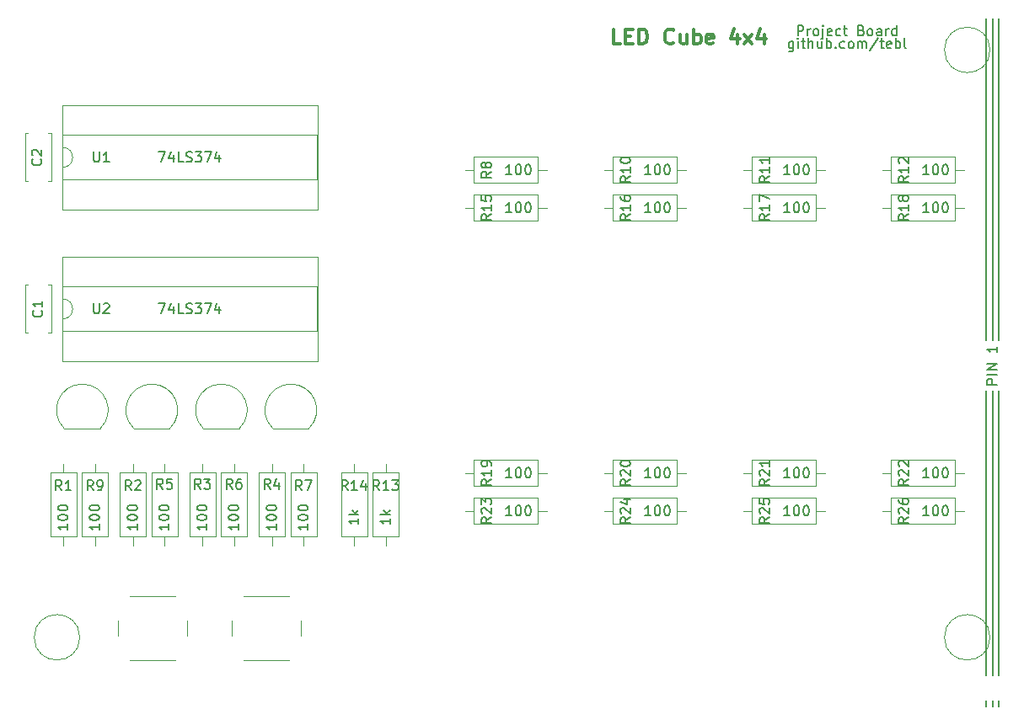
<source format=gto>
G04 #@! TF.FileFunction,Legend,Top*
%FSLAX46Y46*%
G04 Gerber Fmt 4.6, Leading zero omitted, Abs format (unit mm)*
G04 Created by KiCad (PCBNEW 4.0.7) date 12/31/19 01:12:01*
%MOMM*%
%LPD*%
G01*
G04 APERTURE LIST*
%ADD10C,0.100000*%
%ADD11C,0.200000*%
%ADD12C,0.150000*%
%ADD13C,0.300000*%
%ADD14C,0.120000*%
G04 APERTURE END LIST*
D10*
D11*
X198755000Y-110490000D02*
X198755000Y-80010000D01*
X198120000Y-80010000D02*
X198120000Y-110490000D01*
X197485000Y-110490000D02*
X197485000Y-80010000D01*
X198755000Y-146685000D02*
X198755000Y-147320000D01*
X198120000Y-146685000D02*
X198120000Y-147320000D01*
X197485000Y-146685000D02*
X197485000Y-147320000D01*
X198755000Y-115570000D02*
X198755000Y-144145000D01*
X198120000Y-144145000D02*
X198120000Y-115570000D01*
X197485000Y-115570000D02*
X197485000Y-144145000D01*
X198755000Y-80010000D02*
X198755000Y-78105000D01*
X198120000Y-80010000D02*
X198120000Y-78105000D01*
X197485000Y-80010000D02*
X197485000Y-78105000D01*
D12*
X178110238Y-80430714D02*
X178110238Y-81240238D01*
X178062619Y-81335476D01*
X178015000Y-81383095D01*
X177919761Y-81430714D01*
X177776904Y-81430714D01*
X177681666Y-81383095D01*
X178110238Y-81049762D02*
X178015000Y-81097381D01*
X177824523Y-81097381D01*
X177729285Y-81049762D01*
X177681666Y-81002143D01*
X177634047Y-80906905D01*
X177634047Y-80621190D01*
X177681666Y-80525952D01*
X177729285Y-80478333D01*
X177824523Y-80430714D01*
X178015000Y-80430714D01*
X178110238Y-80478333D01*
X178586428Y-81097381D02*
X178586428Y-80430714D01*
X178586428Y-80097381D02*
X178538809Y-80145000D01*
X178586428Y-80192619D01*
X178634047Y-80145000D01*
X178586428Y-80097381D01*
X178586428Y-80192619D01*
X178919761Y-80430714D02*
X179300713Y-80430714D01*
X179062618Y-80097381D02*
X179062618Y-80954524D01*
X179110237Y-81049762D01*
X179205475Y-81097381D01*
X179300713Y-81097381D01*
X179634047Y-81097381D02*
X179634047Y-80097381D01*
X180062619Y-81097381D02*
X180062619Y-80573571D01*
X180015000Y-80478333D01*
X179919762Y-80430714D01*
X179776904Y-80430714D01*
X179681666Y-80478333D01*
X179634047Y-80525952D01*
X180967381Y-80430714D02*
X180967381Y-81097381D01*
X180538809Y-80430714D02*
X180538809Y-80954524D01*
X180586428Y-81049762D01*
X180681666Y-81097381D01*
X180824524Y-81097381D01*
X180919762Y-81049762D01*
X180967381Y-81002143D01*
X181443571Y-81097381D02*
X181443571Y-80097381D01*
X181443571Y-80478333D02*
X181538809Y-80430714D01*
X181729286Y-80430714D01*
X181824524Y-80478333D01*
X181872143Y-80525952D01*
X181919762Y-80621190D01*
X181919762Y-80906905D01*
X181872143Y-81002143D01*
X181824524Y-81049762D01*
X181729286Y-81097381D01*
X181538809Y-81097381D01*
X181443571Y-81049762D01*
X182348333Y-81002143D02*
X182395952Y-81049762D01*
X182348333Y-81097381D01*
X182300714Y-81049762D01*
X182348333Y-81002143D01*
X182348333Y-81097381D01*
X183253095Y-81049762D02*
X183157857Y-81097381D01*
X182967380Y-81097381D01*
X182872142Y-81049762D01*
X182824523Y-81002143D01*
X182776904Y-80906905D01*
X182776904Y-80621190D01*
X182824523Y-80525952D01*
X182872142Y-80478333D01*
X182967380Y-80430714D01*
X183157857Y-80430714D01*
X183253095Y-80478333D01*
X183824523Y-81097381D02*
X183729285Y-81049762D01*
X183681666Y-81002143D01*
X183634047Y-80906905D01*
X183634047Y-80621190D01*
X183681666Y-80525952D01*
X183729285Y-80478333D01*
X183824523Y-80430714D01*
X183967381Y-80430714D01*
X184062619Y-80478333D01*
X184110238Y-80525952D01*
X184157857Y-80621190D01*
X184157857Y-80906905D01*
X184110238Y-81002143D01*
X184062619Y-81049762D01*
X183967381Y-81097381D01*
X183824523Y-81097381D01*
X184586428Y-81097381D02*
X184586428Y-80430714D01*
X184586428Y-80525952D02*
X184634047Y-80478333D01*
X184729285Y-80430714D01*
X184872143Y-80430714D01*
X184967381Y-80478333D01*
X185015000Y-80573571D01*
X185015000Y-81097381D01*
X185015000Y-80573571D02*
X185062619Y-80478333D01*
X185157857Y-80430714D01*
X185300714Y-80430714D01*
X185395952Y-80478333D01*
X185443571Y-80573571D01*
X185443571Y-81097381D01*
X186634047Y-80049762D02*
X185776904Y-81335476D01*
X186824523Y-80430714D02*
X187205475Y-80430714D01*
X186967380Y-80097381D02*
X186967380Y-80954524D01*
X187014999Y-81049762D01*
X187110237Y-81097381D01*
X187205475Y-81097381D01*
X187919762Y-81049762D02*
X187824524Y-81097381D01*
X187634047Y-81097381D01*
X187538809Y-81049762D01*
X187491190Y-80954524D01*
X187491190Y-80573571D01*
X187538809Y-80478333D01*
X187634047Y-80430714D01*
X187824524Y-80430714D01*
X187919762Y-80478333D01*
X187967381Y-80573571D01*
X187967381Y-80668810D01*
X187491190Y-80764048D01*
X188395952Y-81097381D02*
X188395952Y-80097381D01*
X188395952Y-80478333D02*
X188491190Y-80430714D01*
X188681667Y-80430714D01*
X188776905Y-80478333D01*
X188824524Y-80525952D01*
X188872143Y-80621190D01*
X188872143Y-80906905D01*
X188824524Y-81002143D01*
X188776905Y-81049762D01*
X188681667Y-81097381D01*
X188491190Y-81097381D01*
X188395952Y-81049762D01*
X189443571Y-81097381D02*
X189348333Y-81049762D01*
X189300714Y-80954524D01*
X189300714Y-80097381D01*
X178562618Y-79827381D02*
X178562618Y-78827381D01*
X178943571Y-78827381D01*
X179038809Y-78875000D01*
X179086428Y-78922619D01*
X179134047Y-79017857D01*
X179134047Y-79160714D01*
X179086428Y-79255952D01*
X179038809Y-79303571D01*
X178943571Y-79351190D01*
X178562618Y-79351190D01*
X179562618Y-79827381D02*
X179562618Y-79160714D01*
X179562618Y-79351190D02*
X179610237Y-79255952D01*
X179657856Y-79208333D01*
X179753094Y-79160714D01*
X179848333Y-79160714D01*
X180324523Y-79827381D02*
X180229285Y-79779762D01*
X180181666Y-79732143D01*
X180134047Y-79636905D01*
X180134047Y-79351190D01*
X180181666Y-79255952D01*
X180229285Y-79208333D01*
X180324523Y-79160714D01*
X180467381Y-79160714D01*
X180562619Y-79208333D01*
X180610238Y-79255952D01*
X180657857Y-79351190D01*
X180657857Y-79636905D01*
X180610238Y-79732143D01*
X180562619Y-79779762D01*
X180467381Y-79827381D01*
X180324523Y-79827381D01*
X181086428Y-79160714D02*
X181086428Y-80017857D01*
X181038809Y-80113095D01*
X180943571Y-80160714D01*
X180895952Y-80160714D01*
X181086428Y-78827381D02*
X181038809Y-78875000D01*
X181086428Y-78922619D01*
X181134047Y-78875000D01*
X181086428Y-78827381D01*
X181086428Y-78922619D01*
X181943571Y-79779762D02*
X181848333Y-79827381D01*
X181657856Y-79827381D01*
X181562618Y-79779762D01*
X181514999Y-79684524D01*
X181514999Y-79303571D01*
X181562618Y-79208333D01*
X181657856Y-79160714D01*
X181848333Y-79160714D01*
X181943571Y-79208333D01*
X181991190Y-79303571D01*
X181991190Y-79398810D01*
X181514999Y-79494048D01*
X182848333Y-79779762D02*
X182753095Y-79827381D01*
X182562618Y-79827381D01*
X182467380Y-79779762D01*
X182419761Y-79732143D01*
X182372142Y-79636905D01*
X182372142Y-79351190D01*
X182419761Y-79255952D01*
X182467380Y-79208333D01*
X182562618Y-79160714D01*
X182753095Y-79160714D01*
X182848333Y-79208333D01*
X183134047Y-79160714D02*
X183514999Y-79160714D01*
X183276904Y-78827381D02*
X183276904Y-79684524D01*
X183324523Y-79779762D01*
X183419761Y-79827381D01*
X183514999Y-79827381D01*
X184943572Y-79303571D02*
X185086429Y-79351190D01*
X185134048Y-79398810D01*
X185181667Y-79494048D01*
X185181667Y-79636905D01*
X185134048Y-79732143D01*
X185086429Y-79779762D01*
X184991191Y-79827381D01*
X184610238Y-79827381D01*
X184610238Y-78827381D01*
X184943572Y-78827381D01*
X185038810Y-78875000D01*
X185086429Y-78922619D01*
X185134048Y-79017857D01*
X185134048Y-79113095D01*
X185086429Y-79208333D01*
X185038810Y-79255952D01*
X184943572Y-79303571D01*
X184610238Y-79303571D01*
X185753095Y-79827381D02*
X185657857Y-79779762D01*
X185610238Y-79732143D01*
X185562619Y-79636905D01*
X185562619Y-79351190D01*
X185610238Y-79255952D01*
X185657857Y-79208333D01*
X185753095Y-79160714D01*
X185895953Y-79160714D01*
X185991191Y-79208333D01*
X186038810Y-79255952D01*
X186086429Y-79351190D01*
X186086429Y-79636905D01*
X186038810Y-79732143D01*
X185991191Y-79779762D01*
X185895953Y-79827381D01*
X185753095Y-79827381D01*
X186943572Y-79827381D02*
X186943572Y-79303571D01*
X186895953Y-79208333D01*
X186800715Y-79160714D01*
X186610238Y-79160714D01*
X186515000Y-79208333D01*
X186943572Y-79779762D02*
X186848334Y-79827381D01*
X186610238Y-79827381D01*
X186515000Y-79779762D01*
X186467381Y-79684524D01*
X186467381Y-79589286D01*
X186515000Y-79494048D01*
X186610238Y-79446429D01*
X186848334Y-79446429D01*
X186943572Y-79398810D01*
X187419762Y-79827381D02*
X187419762Y-79160714D01*
X187419762Y-79351190D02*
X187467381Y-79255952D01*
X187515000Y-79208333D01*
X187610238Y-79160714D01*
X187705477Y-79160714D01*
X188467382Y-79827381D02*
X188467382Y-78827381D01*
X188467382Y-79779762D02*
X188372144Y-79827381D01*
X188181667Y-79827381D01*
X188086429Y-79779762D01*
X188038810Y-79732143D01*
X187991191Y-79636905D01*
X187991191Y-79351190D01*
X188038810Y-79255952D01*
X188086429Y-79208333D01*
X188181667Y-79160714D01*
X188372144Y-79160714D01*
X188467382Y-79208333D01*
D13*
X160747144Y-80688571D02*
X160032858Y-80688571D01*
X160032858Y-79188571D01*
X161247144Y-79902857D02*
X161747144Y-79902857D01*
X161961430Y-80688571D02*
X161247144Y-80688571D01*
X161247144Y-79188571D01*
X161961430Y-79188571D01*
X162604287Y-80688571D02*
X162604287Y-79188571D01*
X162961430Y-79188571D01*
X163175715Y-79260000D01*
X163318573Y-79402857D01*
X163390001Y-79545714D01*
X163461430Y-79831429D01*
X163461430Y-80045714D01*
X163390001Y-80331429D01*
X163318573Y-80474286D01*
X163175715Y-80617143D01*
X162961430Y-80688571D01*
X162604287Y-80688571D01*
X166104287Y-80545714D02*
X166032858Y-80617143D01*
X165818572Y-80688571D01*
X165675715Y-80688571D01*
X165461430Y-80617143D01*
X165318572Y-80474286D01*
X165247144Y-80331429D01*
X165175715Y-80045714D01*
X165175715Y-79831429D01*
X165247144Y-79545714D01*
X165318572Y-79402857D01*
X165461430Y-79260000D01*
X165675715Y-79188571D01*
X165818572Y-79188571D01*
X166032858Y-79260000D01*
X166104287Y-79331429D01*
X167390001Y-79688571D02*
X167390001Y-80688571D01*
X166747144Y-79688571D02*
X166747144Y-80474286D01*
X166818572Y-80617143D01*
X166961430Y-80688571D01*
X167175715Y-80688571D01*
X167318572Y-80617143D01*
X167390001Y-80545714D01*
X168104287Y-80688571D02*
X168104287Y-79188571D01*
X168104287Y-79760000D02*
X168247144Y-79688571D01*
X168532858Y-79688571D01*
X168675715Y-79760000D01*
X168747144Y-79831429D01*
X168818573Y-79974286D01*
X168818573Y-80402857D01*
X168747144Y-80545714D01*
X168675715Y-80617143D01*
X168532858Y-80688571D01*
X168247144Y-80688571D01*
X168104287Y-80617143D01*
X170032858Y-80617143D02*
X169890001Y-80688571D01*
X169604287Y-80688571D01*
X169461430Y-80617143D01*
X169390001Y-80474286D01*
X169390001Y-79902857D01*
X169461430Y-79760000D01*
X169604287Y-79688571D01*
X169890001Y-79688571D01*
X170032858Y-79760000D01*
X170104287Y-79902857D01*
X170104287Y-80045714D01*
X169390001Y-80188571D01*
X172532858Y-79688571D02*
X172532858Y-80688571D01*
X172175715Y-79117143D02*
X171818572Y-80188571D01*
X172747144Y-80188571D01*
X173175715Y-80688571D02*
X173961429Y-79688571D01*
X173175715Y-79688571D02*
X173961429Y-80688571D01*
X175175715Y-79688571D02*
X175175715Y-80688571D01*
X174818572Y-79117143D02*
X174461429Y-80188571D01*
X175390001Y-80188571D01*
D12*
X198572381Y-114910952D02*
X197572381Y-114910952D01*
X197572381Y-114529999D01*
X197620000Y-114434761D01*
X197667619Y-114387142D01*
X197762857Y-114339523D01*
X197905714Y-114339523D01*
X198000952Y-114387142D01*
X198048571Y-114434761D01*
X198096190Y-114529999D01*
X198096190Y-114910952D01*
X198572381Y-113910952D02*
X197572381Y-113910952D01*
X198572381Y-113434762D02*
X197572381Y-113434762D01*
X198572381Y-112863333D01*
X197572381Y-112863333D01*
X198572381Y-111101428D02*
X198572381Y-111672857D01*
X198572381Y-111387143D02*
X197572381Y-111387143D01*
X197715238Y-111482381D01*
X197810476Y-111577619D01*
X197858095Y-111672857D01*
D14*
X130215000Y-123790000D02*
X127595000Y-123790000D01*
X127595000Y-123790000D02*
X127595000Y-130210000D01*
X127595000Y-130210000D02*
X130215000Y-130210000D01*
X130215000Y-130210000D02*
X130215000Y-123790000D01*
X128905000Y-122900000D02*
X128905000Y-123790000D01*
X128905000Y-131100000D02*
X128905000Y-130210000D01*
X103545000Y-104865000D02*
X103545000Y-109685000D01*
X100925000Y-104865000D02*
X100925000Y-109685000D01*
X103545000Y-104865000D02*
X103231000Y-104865000D01*
X101239000Y-104865000D02*
X100925000Y-104865000D01*
X103545000Y-109685000D02*
X103231000Y-109685000D01*
X101239000Y-109685000D02*
X100925000Y-109685000D01*
X103545000Y-89625000D02*
X103545000Y-94445000D01*
X100925000Y-89625000D02*
X100925000Y-94445000D01*
X103545000Y-89625000D02*
X103231000Y-89625000D01*
X101239000Y-89625000D02*
X100925000Y-89625000D01*
X103545000Y-94445000D02*
X103231000Y-94445000D01*
X101239000Y-94445000D02*
X100925000Y-94445000D01*
X104880000Y-119325000D02*
X108480000Y-119325000D01*
X104841522Y-119313478D02*
G75*
G02X106680000Y-114875000I1838478J1838478D01*
G01*
X108518478Y-119313478D02*
G75*
G03X106680000Y-114875000I-1838478J1838478D01*
G01*
X111865000Y-119325000D02*
X115465000Y-119325000D01*
X111826522Y-119313478D02*
G75*
G02X113665000Y-114875000I1838478J1838478D01*
G01*
X115503478Y-119313478D02*
G75*
G03X113665000Y-114875000I-1838478J1838478D01*
G01*
X118850000Y-119325000D02*
X122450000Y-119325000D01*
X118811522Y-119313478D02*
G75*
G02X120650000Y-114875000I1838478J1838478D01*
G01*
X122488478Y-119313478D02*
G75*
G03X120650000Y-114875000I-1838478J1838478D01*
G01*
X125835000Y-119325000D02*
X129435000Y-119325000D01*
X125796522Y-119313478D02*
G75*
G02X127635000Y-114875000I1838478J1838478D01*
G01*
X129473478Y-119313478D02*
G75*
G03X127635000Y-114875000I-1838478J1838478D01*
G01*
X106085000Y-123790000D02*
X103465000Y-123790000D01*
X103465000Y-123790000D02*
X103465000Y-130210000D01*
X103465000Y-130210000D02*
X106085000Y-130210000D01*
X106085000Y-130210000D02*
X106085000Y-123790000D01*
X104775000Y-122900000D02*
X104775000Y-123790000D01*
X104775000Y-131100000D02*
X104775000Y-130210000D01*
X113070000Y-123790000D02*
X110450000Y-123790000D01*
X110450000Y-123790000D02*
X110450000Y-130210000D01*
X110450000Y-130210000D02*
X113070000Y-130210000D01*
X113070000Y-130210000D02*
X113070000Y-123790000D01*
X111760000Y-122900000D02*
X111760000Y-123790000D01*
X111760000Y-131100000D02*
X111760000Y-130210000D01*
X120055000Y-123790000D02*
X117435000Y-123790000D01*
X117435000Y-123790000D02*
X117435000Y-130210000D01*
X117435000Y-130210000D02*
X120055000Y-130210000D01*
X120055000Y-130210000D02*
X120055000Y-123790000D01*
X118745000Y-122900000D02*
X118745000Y-123790000D01*
X118745000Y-131100000D02*
X118745000Y-130210000D01*
X127040000Y-123790000D02*
X124420000Y-123790000D01*
X124420000Y-123790000D02*
X124420000Y-130210000D01*
X124420000Y-130210000D02*
X127040000Y-130210000D01*
X127040000Y-130210000D02*
X127040000Y-123790000D01*
X125730000Y-122900000D02*
X125730000Y-123790000D01*
X125730000Y-131100000D02*
X125730000Y-130210000D01*
X116245000Y-123790000D02*
X113625000Y-123790000D01*
X113625000Y-123790000D02*
X113625000Y-130210000D01*
X113625000Y-130210000D02*
X116245000Y-130210000D01*
X116245000Y-130210000D02*
X116245000Y-123790000D01*
X114935000Y-122900000D02*
X114935000Y-123790000D01*
X114935000Y-131100000D02*
X114935000Y-130210000D01*
X123230000Y-123790000D02*
X120610000Y-123790000D01*
X120610000Y-123790000D02*
X120610000Y-130210000D01*
X120610000Y-130210000D02*
X123230000Y-130210000D01*
X123230000Y-130210000D02*
X123230000Y-123790000D01*
X121920000Y-122900000D02*
X121920000Y-123790000D01*
X121920000Y-131100000D02*
X121920000Y-130210000D01*
X146015000Y-92035000D02*
X146015000Y-94655000D01*
X146015000Y-94655000D02*
X152435000Y-94655000D01*
X152435000Y-94655000D02*
X152435000Y-92035000D01*
X152435000Y-92035000D02*
X146015000Y-92035000D01*
X145125000Y-93345000D02*
X146015000Y-93345000D01*
X153325000Y-93345000D02*
X152435000Y-93345000D01*
X109260000Y-123790000D02*
X106640000Y-123790000D01*
X106640000Y-123790000D02*
X106640000Y-130210000D01*
X106640000Y-130210000D02*
X109260000Y-130210000D01*
X109260000Y-130210000D02*
X109260000Y-123790000D01*
X107950000Y-122900000D02*
X107950000Y-123790000D01*
X107950000Y-131100000D02*
X107950000Y-130210000D01*
X159985000Y-92035000D02*
X159985000Y-94655000D01*
X159985000Y-94655000D02*
X166405000Y-94655000D01*
X166405000Y-94655000D02*
X166405000Y-92035000D01*
X166405000Y-92035000D02*
X159985000Y-92035000D01*
X159095000Y-93345000D02*
X159985000Y-93345000D01*
X167295000Y-93345000D02*
X166405000Y-93345000D01*
X173955000Y-92035000D02*
X173955000Y-94655000D01*
X173955000Y-94655000D02*
X180375000Y-94655000D01*
X180375000Y-94655000D02*
X180375000Y-92035000D01*
X180375000Y-92035000D02*
X173955000Y-92035000D01*
X173065000Y-93345000D02*
X173955000Y-93345000D01*
X181265000Y-93345000D02*
X180375000Y-93345000D01*
X187925000Y-92035000D02*
X187925000Y-94655000D01*
X187925000Y-94655000D02*
X194345000Y-94655000D01*
X194345000Y-94655000D02*
X194345000Y-92035000D01*
X194345000Y-92035000D02*
X187925000Y-92035000D01*
X187035000Y-93345000D02*
X187925000Y-93345000D01*
X195235000Y-93345000D02*
X194345000Y-93345000D01*
X135850000Y-130210000D02*
X138470000Y-130210000D01*
X138470000Y-130210000D02*
X138470000Y-123790000D01*
X138470000Y-123790000D02*
X135850000Y-123790000D01*
X135850000Y-123790000D02*
X135850000Y-130210000D01*
X137160000Y-131100000D02*
X137160000Y-130210000D01*
X137160000Y-122900000D02*
X137160000Y-123790000D01*
X132675000Y-130210000D02*
X135295000Y-130210000D01*
X135295000Y-130210000D02*
X135295000Y-123790000D01*
X135295000Y-123790000D02*
X132675000Y-123790000D01*
X132675000Y-123790000D02*
X132675000Y-130210000D01*
X133985000Y-131100000D02*
X133985000Y-130210000D01*
X133985000Y-122900000D02*
X133985000Y-123790000D01*
X146015000Y-95845000D02*
X146015000Y-98465000D01*
X146015000Y-98465000D02*
X152435000Y-98465000D01*
X152435000Y-98465000D02*
X152435000Y-95845000D01*
X152435000Y-95845000D02*
X146015000Y-95845000D01*
X145125000Y-97155000D02*
X146015000Y-97155000D01*
X153325000Y-97155000D02*
X152435000Y-97155000D01*
X159985000Y-95845000D02*
X159985000Y-98465000D01*
X159985000Y-98465000D02*
X166405000Y-98465000D01*
X166405000Y-98465000D02*
X166405000Y-95845000D01*
X166405000Y-95845000D02*
X159985000Y-95845000D01*
X159095000Y-97155000D02*
X159985000Y-97155000D01*
X167295000Y-97155000D02*
X166405000Y-97155000D01*
X173955000Y-95845000D02*
X173955000Y-98465000D01*
X173955000Y-98465000D02*
X180375000Y-98465000D01*
X180375000Y-98465000D02*
X180375000Y-95845000D01*
X180375000Y-95845000D02*
X173955000Y-95845000D01*
X173065000Y-97155000D02*
X173955000Y-97155000D01*
X181265000Y-97155000D02*
X180375000Y-97155000D01*
X187925000Y-95845000D02*
X187925000Y-98465000D01*
X187925000Y-98465000D02*
X194345000Y-98465000D01*
X194345000Y-98465000D02*
X194345000Y-95845000D01*
X194345000Y-95845000D02*
X187925000Y-95845000D01*
X187035000Y-97155000D02*
X187925000Y-97155000D01*
X195235000Y-97155000D02*
X194345000Y-97155000D01*
X146015000Y-122515000D02*
X146015000Y-125135000D01*
X146015000Y-125135000D02*
X152435000Y-125135000D01*
X152435000Y-125135000D02*
X152435000Y-122515000D01*
X152435000Y-122515000D02*
X146015000Y-122515000D01*
X145125000Y-123825000D02*
X146015000Y-123825000D01*
X153325000Y-123825000D02*
X152435000Y-123825000D01*
X159985000Y-122515000D02*
X159985000Y-125135000D01*
X159985000Y-125135000D02*
X166405000Y-125135000D01*
X166405000Y-125135000D02*
X166405000Y-122515000D01*
X166405000Y-122515000D02*
X159985000Y-122515000D01*
X159095000Y-123825000D02*
X159985000Y-123825000D01*
X167295000Y-123825000D02*
X166405000Y-123825000D01*
X173955000Y-122515000D02*
X173955000Y-125135000D01*
X173955000Y-125135000D02*
X180375000Y-125135000D01*
X180375000Y-125135000D02*
X180375000Y-122515000D01*
X180375000Y-122515000D02*
X173955000Y-122515000D01*
X173065000Y-123825000D02*
X173955000Y-123825000D01*
X181265000Y-123825000D02*
X180375000Y-123825000D01*
X187925000Y-122515000D02*
X187925000Y-125135000D01*
X187925000Y-125135000D02*
X194345000Y-125135000D01*
X194345000Y-125135000D02*
X194345000Y-122515000D01*
X194345000Y-122515000D02*
X187925000Y-122515000D01*
X187035000Y-123825000D02*
X187925000Y-123825000D01*
X195235000Y-123825000D02*
X194345000Y-123825000D01*
X146015000Y-126325000D02*
X146015000Y-128945000D01*
X146015000Y-128945000D02*
X152435000Y-128945000D01*
X152435000Y-128945000D02*
X152435000Y-126325000D01*
X152435000Y-126325000D02*
X146015000Y-126325000D01*
X145125000Y-127635000D02*
X146015000Y-127635000D01*
X153325000Y-127635000D02*
X152435000Y-127635000D01*
X159985000Y-126325000D02*
X159985000Y-128945000D01*
X159985000Y-128945000D02*
X166405000Y-128945000D01*
X166405000Y-128945000D02*
X166405000Y-126325000D01*
X166405000Y-126325000D02*
X159985000Y-126325000D01*
X159095000Y-127635000D02*
X159985000Y-127635000D01*
X167295000Y-127635000D02*
X166405000Y-127635000D01*
X173955000Y-126325000D02*
X173955000Y-128945000D01*
X173955000Y-128945000D02*
X180375000Y-128945000D01*
X180375000Y-128945000D02*
X180375000Y-126325000D01*
X180375000Y-126325000D02*
X173955000Y-126325000D01*
X173065000Y-127635000D02*
X173955000Y-127635000D01*
X181265000Y-127635000D02*
X180375000Y-127635000D01*
X187925000Y-126325000D02*
X187925000Y-128945000D01*
X187925000Y-128945000D02*
X194345000Y-128945000D01*
X194345000Y-128945000D02*
X194345000Y-126325000D01*
X194345000Y-126325000D02*
X187925000Y-126325000D01*
X187035000Y-127635000D02*
X187925000Y-127635000D01*
X195235000Y-127635000D02*
X194345000Y-127635000D01*
X111490000Y-142660000D02*
X115990000Y-142660000D01*
X110240000Y-138660000D02*
X110240000Y-140160000D01*
X115990000Y-136160000D02*
X111490000Y-136160000D01*
X117240000Y-140160000D02*
X117240000Y-138660000D01*
X122920000Y-142660000D02*
X127420000Y-142660000D01*
X121670000Y-138660000D02*
X121670000Y-140160000D01*
X127420000Y-136160000D02*
X122920000Y-136160000D01*
X128670000Y-140160000D02*
X128670000Y-138660000D01*
X104715000Y-91075000D02*
G75*
G02X104715000Y-93075000I0J-1000000D01*
G01*
X104715000Y-93075000D02*
X104715000Y-94325000D01*
X104715000Y-94325000D02*
X130235000Y-94325000D01*
X130235000Y-94325000D02*
X130235000Y-89825000D01*
X130235000Y-89825000D02*
X104715000Y-89825000D01*
X104715000Y-89825000D02*
X104715000Y-91075000D01*
X104655000Y-97325000D02*
X130295000Y-97325000D01*
X130295000Y-97325000D02*
X130295000Y-86825000D01*
X130295000Y-86825000D02*
X104655000Y-86825000D01*
X104655000Y-86825000D02*
X104655000Y-97325000D01*
X104715000Y-106315000D02*
G75*
G02X104715000Y-108315000I0J-1000000D01*
G01*
X104715000Y-108315000D02*
X104715000Y-109565000D01*
X104715000Y-109565000D02*
X130235000Y-109565000D01*
X130235000Y-109565000D02*
X130235000Y-105065000D01*
X130235000Y-105065000D02*
X104715000Y-105065000D01*
X104715000Y-105065000D02*
X104715000Y-106315000D01*
X104655000Y-112565000D02*
X130295000Y-112565000D01*
X130295000Y-112565000D02*
X130295000Y-102065000D01*
X130295000Y-102065000D02*
X104655000Y-102065000D01*
X104655000Y-102065000D02*
X104655000Y-112565000D01*
X106426000Y-140335000D02*
G75*
G03X106426000Y-140335000I-2286000J0D01*
G01*
X197866000Y-140335000D02*
G75*
G03X197866000Y-140335000I-2286000J0D01*
G01*
X197866000Y-81280000D02*
G75*
G03X197866000Y-81280000I-2286000J0D01*
G01*
D12*
X128738334Y-125547381D02*
X128405000Y-125071190D01*
X128166905Y-125547381D02*
X128166905Y-124547381D01*
X128547858Y-124547381D01*
X128643096Y-124595000D01*
X128690715Y-124642619D01*
X128738334Y-124737857D01*
X128738334Y-124880714D01*
X128690715Y-124975952D01*
X128643096Y-125023571D01*
X128547858Y-125071190D01*
X128166905Y-125071190D01*
X129071667Y-124547381D02*
X129738334Y-124547381D01*
X129309762Y-125547381D01*
X129357381Y-128936666D02*
X129357381Y-129508095D01*
X129357381Y-129222381D02*
X128357381Y-129222381D01*
X128500238Y-129317619D01*
X128595476Y-129412857D01*
X128643095Y-129508095D01*
X128357381Y-128317619D02*
X128357381Y-128222380D01*
X128405000Y-128127142D01*
X128452619Y-128079523D01*
X128547857Y-128031904D01*
X128738333Y-127984285D01*
X128976429Y-127984285D01*
X129166905Y-128031904D01*
X129262143Y-128079523D01*
X129309762Y-128127142D01*
X129357381Y-128222380D01*
X129357381Y-128317619D01*
X129309762Y-128412857D01*
X129262143Y-128460476D01*
X129166905Y-128508095D01*
X128976429Y-128555714D01*
X128738333Y-128555714D01*
X128547857Y-128508095D01*
X128452619Y-128460476D01*
X128405000Y-128412857D01*
X128357381Y-128317619D01*
X128357381Y-127365238D02*
X128357381Y-127269999D01*
X128405000Y-127174761D01*
X128452619Y-127127142D01*
X128547857Y-127079523D01*
X128738333Y-127031904D01*
X128976429Y-127031904D01*
X129166905Y-127079523D01*
X129262143Y-127127142D01*
X129309762Y-127174761D01*
X129357381Y-127269999D01*
X129357381Y-127365238D01*
X129309762Y-127460476D01*
X129262143Y-127508095D01*
X129166905Y-127555714D01*
X128976429Y-127603333D01*
X128738333Y-127603333D01*
X128547857Y-127555714D01*
X128452619Y-127508095D01*
X128405000Y-127460476D01*
X128357381Y-127365238D01*
X102592143Y-107481666D02*
X102639762Y-107529285D01*
X102687381Y-107672142D01*
X102687381Y-107767380D01*
X102639762Y-107910238D01*
X102544524Y-108005476D01*
X102449286Y-108053095D01*
X102258810Y-108100714D01*
X102115952Y-108100714D01*
X101925476Y-108053095D01*
X101830238Y-108005476D01*
X101735000Y-107910238D01*
X101687381Y-107767380D01*
X101687381Y-107672142D01*
X101735000Y-107529285D01*
X101782619Y-107481666D01*
X102687381Y-106529285D02*
X102687381Y-107100714D01*
X102687381Y-106815000D02*
X101687381Y-106815000D01*
X101830238Y-106910238D01*
X101925476Y-107005476D01*
X101973095Y-107100714D01*
X102507144Y-92241666D02*
X102554763Y-92289285D01*
X102602382Y-92432142D01*
X102602382Y-92527380D01*
X102554763Y-92670238D01*
X102459525Y-92765476D01*
X102364287Y-92813095D01*
X102173811Y-92860714D01*
X102030953Y-92860714D01*
X101840477Y-92813095D01*
X101745239Y-92765476D01*
X101650001Y-92670238D01*
X101602382Y-92527380D01*
X101602382Y-92432142D01*
X101650001Y-92289285D01*
X101697620Y-92241666D01*
X101697620Y-91860714D02*
X101650001Y-91813095D01*
X101602382Y-91717857D01*
X101602382Y-91479761D01*
X101650001Y-91384523D01*
X101697620Y-91336904D01*
X101792858Y-91289285D01*
X101888096Y-91289285D01*
X102030953Y-91336904D01*
X102602382Y-91908333D01*
X102602382Y-91289285D01*
X104608334Y-125547381D02*
X104275000Y-125071190D01*
X104036905Y-125547381D02*
X104036905Y-124547381D01*
X104417858Y-124547381D01*
X104513096Y-124595000D01*
X104560715Y-124642619D01*
X104608334Y-124737857D01*
X104608334Y-124880714D01*
X104560715Y-124975952D01*
X104513096Y-125023571D01*
X104417858Y-125071190D01*
X104036905Y-125071190D01*
X105560715Y-125547381D02*
X104989286Y-125547381D01*
X105275000Y-125547381D02*
X105275000Y-124547381D01*
X105179762Y-124690238D01*
X105084524Y-124785476D01*
X104989286Y-124833095D01*
X105227381Y-128936666D02*
X105227381Y-129508095D01*
X105227381Y-129222381D02*
X104227381Y-129222381D01*
X104370238Y-129317619D01*
X104465476Y-129412857D01*
X104513095Y-129508095D01*
X104227381Y-128317619D02*
X104227381Y-128222380D01*
X104275000Y-128127142D01*
X104322619Y-128079523D01*
X104417857Y-128031904D01*
X104608333Y-127984285D01*
X104846429Y-127984285D01*
X105036905Y-128031904D01*
X105132143Y-128079523D01*
X105179762Y-128127142D01*
X105227381Y-128222380D01*
X105227381Y-128317619D01*
X105179762Y-128412857D01*
X105132143Y-128460476D01*
X105036905Y-128508095D01*
X104846429Y-128555714D01*
X104608333Y-128555714D01*
X104417857Y-128508095D01*
X104322619Y-128460476D01*
X104275000Y-128412857D01*
X104227381Y-128317619D01*
X104227381Y-127365238D02*
X104227381Y-127269999D01*
X104275000Y-127174761D01*
X104322619Y-127127142D01*
X104417857Y-127079523D01*
X104608333Y-127031904D01*
X104846429Y-127031904D01*
X105036905Y-127079523D01*
X105132143Y-127127142D01*
X105179762Y-127174761D01*
X105227381Y-127269999D01*
X105227381Y-127365238D01*
X105179762Y-127460476D01*
X105132143Y-127508095D01*
X105036905Y-127555714D01*
X104846429Y-127603333D01*
X104608333Y-127603333D01*
X104417857Y-127555714D01*
X104322619Y-127508095D01*
X104275000Y-127460476D01*
X104227381Y-127365238D01*
X111593334Y-125547381D02*
X111260000Y-125071190D01*
X111021905Y-125547381D02*
X111021905Y-124547381D01*
X111402858Y-124547381D01*
X111498096Y-124595000D01*
X111545715Y-124642619D01*
X111593334Y-124737857D01*
X111593334Y-124880714D01*
X111545715Y-124975952D01*
X111498096Y-125023571D01*
X111402858Y-125071190D01*
X111021905Y-125071190D01*
X111974286Y-124642619D02*
X112021905Y-124595000D01*
X112117143Y-124547381D01*
X112355239Y-124547381D01*
X112450477Y-124595000D01*
X112498096Y-124642619D01*
X112545715Y-124737857D01*
X112545715Y-124833095D01*
X112498096Y-124975952D01*
X111926667Y-125547381D01*
X112545715Y-125547381D01*
X112212381Y-128936666D02*
X112212381Y-129508095D01*
X112212381Y-129222381D02*
X111212381Y-129222381D01*
X111355238Y-129317619D01*
X111450476Y-129412857D01*
X111498095Y-129508095D01*
X111212381Y-128317619D02*
X111212381Y-128222380D01*
X111260000Y-128127142D01*
X111307619Y-128079523D01*
X111402857Y-128031904D01*
X111593333Y-127984285D01*
X111831429Y-127984285D01*
X112021905Y-128031904D01*
X112117143Y-128079523D01*
X112164762Y-128127142D01*
X112212381Y-128222380D01*
X112212381Y-128317619D01*
X112164762Y-128412857D01*
X112117143Y-128460476D01*
X112021905Y-128508095D01*
X111831429Y-128555714D01*
X111593333Y-128555714D01*
X111402857Y-128508095D01*
X111307619Y-128460476D01*
X111260000Y-128412857D01*
X111212381Y-128317619D01*
X111212381Y-127365238D02*
X111212381Y-127269999D01*
X111260000Y-127174761D01*
X111307619Y-127127142D01*
X111402857Y-127079523D01*
X111593333Y-127031904D01*
X111831429Y-127031904D01*
X112021905Y-127079523D01*
X112117143Y-127127142D01*
X112164762Y-127174761D01*
X112212381Y-127269999D01*
X112212381Y-127365238D01*
X112164762Y-127460476D01*
X112117143Y-127508095D01*
X112021905Y-127555714D01*
X111831429Y-127603333D01*
X111593333Y-127603333D01*
X111402857Y-127555714D01*
X111307619Y-127508095D01*
X111260000Y-127460476D01*
X111212381Y-127365238D01*
X118578334Y-125420381D02*
X118245000Y-124944190D01*
X118006905Y-125420381D02*
X118006905Y-124420381D01*
X118387858Y-124420381D01*
X118483096Y-124468000D01*
X118530715Y-124515619D01*
X118578334Y-124610857D01*
X118578334Y-124753714D01*
X118530715Y-124848952D01*
X118483096Y-124896571D01*
X118387858Y-124944190D01*
X118006905Y-124944190D01*
X118911667Y-124420381D02*
X119530715Y-124420381D01*
X119197381Y-124801333D01*
X119340239Y-124801333D01*
X119435477Y-124848952D01*
X119483096Y-124896571D01*
X119530715Y-124991810D01*
X119530715Y-125229905D01*
X119483096Y-125325143D01*
X119435477Y-125372762D01*
X119340239Y-125420381D01*
X119054524Y-125420381D01*
X118959286Y-125372762D01*
X118911667Y-125325143D01*
X119197381Y-128936666D02*
X119197381Y-129508095D01*
X119197381Y-129222381D02*
X118197381Y-129222381D01*
X118340238Y-129317619D01*
X118435476Y-129412857D01*
X118483095Y-129508095D01*
X118197381Y-128317619D02*
X118197381Y-128222380D01*
X118245000Y-128127142D01*
X118292619Y-128079523D01*
X118387857Y-128031904D01*
X118578333Y-127984285D01*
X118816429Y-127984285D01*
X119006905Y-128031904D01*
X119102143Y-128079523D01*
X119149762Y-128127142D01*
X119197381Y-128222380D01*
X119197381Y-128317619D01*
X119149762Y-128412857D01*
X119102143Y-128460476D01*
X119006905Y-128508095D01*
X118816429Y-128555714D01*
X118578333Y-128555714D01*
X118387857Y-128508095D01*
X118292619Y-128460476D01*
X118245000Y-128412857D01*
X118197381Y-128317619D01*
X118197381Y-127365238D02*
X118197381Y-127269999D01*
X118245000Y-127174761D01*
X118292619Y-127127142D01*
X118387857Y-127079523D01*
X118578333Y-127031904D01*
X118816429Y-127031904D01*
X119006905Y-127079523D01*
X119102143Y-127127142D01*
X119149762Y-127174761D01*
X119197381Y-127269999D01*
X119197381Y-127365238D01*
X119149762Y-127460476D01*
X119102143Y-127508095D01*
X119006905Y-127555714D01*
X118816429Y-127603333D01*
X118578333Y-127603333D01*
X118387857Y-127555714D01*
X118292619Y-127508095D01*
X118245000Y-127460476D01*
X118197381Y-127365238D01*
X125563334Y-125420381D02*
X125230000Y-124944190D01*
X124991905Y-125420381D02*
X124991905Y-124420381D01*
X125372858Y-124420381D01*
X125468096Y-124468000D01*
X125515715Y-124515619D01*
X125563334Y-124610857D01*
X125563334Y-124753714D01*
X125515715Y-124848952D01*
X125468096Y-124896571D01*
X125372858Y-124944190D01*
X124991905Y-124944190D01*
X126420477Y-124753714D02*
X126420477Y-125420381D01*
X126182381Y-124372762D02*
X125944286Y-125087048D01*
X126563334Y-125087048D01*
X126182381Y-128936666D02*
X126182381Y-129508095D01*
X126182381Y-129222381D02*
X125182381Y-129222381D01*
X125325238Y-129317619D01*
X125420476Y-129412857D01*
X125468095Y-129508095D01*
X125182381Y-128317619D02*
X125182381Y-128222380D01*
X125230000Y-128127142D01*
X125277619Y-128079523D01*
X125372857Y-128031904D01*
X125563333Y-127984285D01*
X125801429Y-127984285D01*
X125991905Y-128031904D01*
X126087143Y-128079523D01*
X126134762Y-128127142D01*
X126182381Y-128222380D01*
X126182381Y-128317619D01*
X126134762Y-128412857D01*
X126087143Y-128460476D01*
X125991905Y-128508095D01*
X125801429Y-128555714D01*
X125563333Y-128555714D01*
X125372857Y-128508095D01*
X125277619Y-128460476D01*
X125230000Y-128412857D01*
X125182381Y-128317619D01*
X125182381Y-127365238D02*
X125182381Y-127269999D01*
X125230000Y-127174761D01*
X125277619Y-127127142D01*
X125372857Y-127079523D01*
X125563333Y-127031904D01*
X125801429Y-127031904D01*
X125991905Y-127079523D01*
X126087143Y-127127142D01*
X126134762Y-127174761D01*
X126182381Y-127269999D01*
X126182381Y-127365238D01*
X126134762Y-127460476D01*
X126087143Y-127508095D01*
X125991905Y-127555714D01*
X125801429Y-127603333D01*
X125563333Y-127603333D01*
X125372857Y-127555714D01*
X125277619Y-127508095D01*
X125230000Y-127460476D01*
X125182381Y-127365238D01*
X114768334Y-125420381D02*
X114435000Y-124944190D01*
X114196905Y-125420381D02*
X114196905Y-124420381D01*
X114577858Y-124420381D01*
X114673096Y-124468000D01*
X114720715Y-124515619D01*
X114768334Y-124610857D01*
X114768334Y-124753714D01*
X114720715Y-124848952D01*
X114673096Y-124896571D01*
X114577858Y-124944190D01*
X114196905Y-124944190D01*
X115673096Y-124420381D02*
X115196905Y-124420381D01*
X115149286Y-124896571D01*
X115196905Y-124848952D01*
X115292143Y-124801333D01*
X115530239Y-124801333D01*
X115625477Y-124848952D01*
X115673096Y-124896571D01*
X115720715Y-124991810D01*
X115720715Y-125229905D01*
X115673096Y-125325143D01*
X115625477Y-125372762D01*
X115530239Y-125420381D01*
X115292143Y-125420381D01*
X115196905Y-125372762D01*
X115149286Y-125325143D01*
X115387381Y-128936666D02*
X115387381Y-129508095D01*
X115387381Y-129222381D02*
X114387381Y-129222381D01*
X114530238Y-129317619D01*
X114625476Y-129412857D01*
X114673095Y-129508095D01*
X114387381Y-128317619D02*
X114387381Y-128222380D01*
X114435000Y-128127142D01*
X114482619Y-128079523D01*
X114577857Y-128031904D01*
X114768333Y-127984285D01*
X115006429Y-127984285D01*
X115196905Y-128031904D01*
X115292143Y-128079523D01*
X115339762Y-128127142D01*
X115387381Y-128222380D01*
X115387381Y-128317619D01*
X115339762Y-128412857D01*
X115292143Y-128460476D01*
X115196905Y-128508095D01*
X115006429Y-128555714D01*
X114768333Y-128555714D01*
X114577857Y-128508095D01*
X114482619Y-128460476D01*
X114435000Y-128412857D01*
X114387381Y-128317619D01*
X114387381Y-127365238D02*
X114387381Y-127269999D01*
X114435000Y-127174761D01*
X114482619Y-127127142D01*
X114577857Y-127079523D01*
X114768333Y-127031904D01*
X115006429Y-127031904D01*
X115196905Y-127079523D01*
X115292143Y-127127142D01*
X115339762Y-127174761D01*
X115387381Y-127269999D01*
X115387381Y-127365238D01*
X115339762Y-127460476D01*
X115292143Y-127508095D01*
X115196905Y-127555714D01*
X115006429Y-127603333D01*
X114768333Y-127603333D01*
X114577857Y-127555714D01*
X114482619Y-127508095D01*
X114435000Y-127460476D01*
X114387381Y-127365238D01*
X121753334Y-125420381D02*
X121420000Y-124944190D01*
X121181905Y-125420381D02*
X121181905Y-124420381D01*
X121562858Y-124420381D01*
X121658096Y-124468000D01*
X121705715Y-124515619D01*
X121753334Y-124610857D01*
X121753334Y-124753714D01*
X121705715Y-124848952D01*
X121658096Y-124896571D01*
X121562858Y-124944190D01*
X121181905Y-124944190D01*
X122610477Y-124420381D02*
X122420000Y-124420381D01*
X122324762Y-124468000D01*
X122277143Y-124515619D01*
X122181905Y-124658476D01*
X122134286Y-124848952D01*
X122134286Y-125229905D01*
X122181905Y-125325143D01*
X122229524Y-125372762D01*
X122324762Y-125420381D01*
X122515239Y-125420381D01*
X122610477Y-125372762D01*
X122658096Y-125325143D01*
X122705715Y-125229905D01*
X122705715Y-124991810D01*
X122658096Y-124896571D01*
X122610477Y-124848952D01*
X122515239Y-124801333D01*
X122324762Y-124801333D01*
X122229524Y-124848952D01*
X122181905Y-124896571D01*
X122134286Y-124991810D01*
X122372381Y-128936666D02*
X122372381Y-129508095D01*
X122372381Y-129222381D02*
X121372381Y-129222381D01*
X121515238Y-129317619D01*
X121610476Y-129412857D01*
X121658095Y-129508095D01*
X121372381Y-128317619D02*
X121372381Y-128222380D01*
X121420000Y-128127142D01*
X121467619Y-128079523D01*
X121562857Y-128031904D01*
X121753333Y-127984285D01*
X121991429Y-127984285D01*
X122181905Y-128031904D01*
X122277143Y-128079523D01*
X122324762Y-128127142D01*
X122372381Y-128222380D01*
X122372381Y-128317619D01*
X122324762Y-128412857D01*
X122277143Y-128460476D01*
X122181905Y-128508095D01*
X121991429Y-128555714D01*
X121753333Y-128555714D01*
X121562857Y-128508095D01*
X121467619Y-128460476D01*
X121420000Y-128412857D01*
X121372381Y-128317619D01*
X121372381Y-127365238D02*
X121372381Y-127269999D01*
X121420000Y-127174761D01*
X121467619Y-127127142D01*
X121562857Y-127079523D01*
X121753333Y-127031904D01*
X121991429Y-127031904D01*
X122181905Y-127079523D01*
X122277143Y-127127142D01*
X122324762Y-127174761D01*
X122372381Y-127269999D01*
X122372381Y-127365238D01*
X122324762Y-127460476D01*
X122277143Y-127508095D01*
X122181905Y-127555714D01*
X121991429Y-127603333D01*
X121753333Y-127603333D01*
X121562857Y-127555714D01*
X121467619Y-127508095D01*
X121420000Y-127460476D01*
X121372381Y-127365238D01*
X147772381Y-93511666D02*
X147296190Y-93845000D01*
X147772381Y-94083095D02*
X146772381Y-94083095D01*
X146772381Y-93702142D01*
X146820000Y-93606904D01*
X146867619Y-93559285D01*
X146962857Y-93511666D01*
X147105714Y-93511666D01*
X147200952Y-93559285D01*
X147248571Y-93606904D01*
X147296190Y-93702142D01*
X147296190Y-94083095D01*
X147200952Y-92940238D02*
X147153333Y-93035476D01*
X147105714Y-93083095D01*
X147010476Y-93130714D01*
X146962857Y-93130714D01*
X146867619Y-93083095D01*
X146820000Y-93035476D01*
X146772381Y-92940238D01*
X146772381Y-92749761D01*
X146820000Y-92654523D01*
X146867619Y-92606904D01*
X146962857Y-92559285D01*
X147010476Y-92559285D01*
X147105714Y-92606904D01*
X147153333Y-92654523D01*
X147200952Y-92749761D01*
X147200952Y-92940238D01*
X147248571Y-93035476D01*
X147296190Y-93083095D01*
X147391429Y-93130714D01*
X147581905Y-93130714D01*
X147677143Y-93083095D01*
X147724762Y-93035476D01*
X147772381Y-92940238D01*
X147772381Y-92749761D01*
X147724762Y-92654523D01*
X147677143Y-92606904D01*
X147581905Y-92559285D01*
X147391429Y-92559285D01*
X147296190Y-92606904D01*
X147248571Y-92654523D01*
X147200952Y-92749761D01*
X149828334Y-93797381D02*
X149256905Y-93797381D01*
X149542619Y-93797381D02*
X149542619Y-92797381D01*
X149447381Y-92940238D01*
X149352143Y-93035476D01*
X149256905Y-93083095D01*
X150447381Y-92797381D02*
X150542620Y-92797381D01*
X150637858Y-92845000D01*
X150685477Y-92892619D01*
X150733096Y-92987857D01*
X150780715Y-93178333D01*
X150780715Y-93416429D01*
X150733096Y-93606905D01*
X150685477Y-93702143D01*
X150637858Y-93749762D01*
X150542620Y-93797381D01*
X150447381Y-93797381D01*
X150352143Y-93749762D01*
X150304524Y-93702143D01*
X150256905Y-93606905D01*
X150209286Y-93416429D01*
X150209286Y-93178333D01*
X150256905Y-92987857D01*
X150304524Y-92892619D01*
X150352143Y-92845000D01*
X150447381Y-92797381D01*
X151399762Y-92797381D02*
X151495001Y-92797381D01*
X151590239Y-92845000D01*
X151637858Y-92892619D01*
X151685477Y-92987857D01*
X151733096Y-93178333D01*
X151733096Y-93416429D01*
X151685477Y-93606905D01*
X151637858Y-93702143D01*
X151590239Y-93749762D01*
X151495001Y-93797381D01*
X151399762Y-93797381D01*
X151304524Y-93749762D01*
X151256905Y-93702143D01*
X151209286Y-93606905D01*
X151161667Y-93416429D01*
X151161667Y-93178333D01*
X151209286Y-92987857D01*
X151256905Y-92892619D01*
X151304524Y-92845000D01*
X151399762Y-92797381D01*
X107783334Y-125547381D02*
X107450000Y-125071190D01*
X107211905Y-125547381D02*
X107211905Y-124547381D01*
X107592858Y-124547381D01*
X107688096Y-124595000D01*
X107735715Y-124642619D01*
X107783334Y-124737857D01*
X107783334Y-124880714D01*
X107735715Y-124975952D01*
X107688096Y-125023571D01*
X107592858Y-125071190D01*
X107211905Y-125071190D01*
X108259524Y-125547381D02*
X108450000Y-125547381D01*
X108545239Y-125499762D01*
X108592858Y-125452143D01*
X108688096Y-125309286D01*
X108735715Y-125118810D01*
X108735715Y-124737857D01*
X108688096Y-124642619D01*
X108640477Y-124595000D01*
X108545239Y-124547381D01*
X108354762Y-124547381D01*
X108259524Y-124595000D01*
X108211905Y-124642619D01*
X108164286Y-124737857D01*
X108164286Y-124975952D01*
X108211905Y-125071190D01*
X108259524Y-125118810D01*
X108354762Y-125166429D01*
X108545239Y-125166429D01*
X108640477Y-125118810D01*
X108688096Y-125071190D01*
X108735715Y-124975952D01*
X108402381Y-128936666D02*
X108402381Y-129508095D01*
X108402381Y-129222381D02*
X107402381Y-129222381D01*
X107545238Y-129317619D01*
X107640476Y-129412857D01*
X107688095Y-129508095D01*
X107402381Y-128317619D02*
X107402381Y-128222380D01*
X107450000Y-128127142D01*
X107497619Y-128079523D01*
X107592857Y-128031904D01*
X107783333Y-127984285D01*
X108021429Y-127984285D01*
X108211905Y-128031904D01*
X108307143Y-128079523D01*
X108354762Y-128127142D01*
X108402381Y-128222380D01*
X108402381Y-128317619D01*
X108354762Y-128412857D01*
X108307143Y-128460476D01*
X108211905Y-128508095D01*
X108021429Y-128555714D01*
X107783333Y-128555714D01*
X107592857Y-128508095D01*
X107497619Y-128460476D01*
X107450000Y-128412857D01*
X107402381Y-128317619D01*
X107402381Y-127365238D02*
X107402381Y-127269999D01*
X107450000Y-127174761D01*
X107497619Y-127127142D01*
X107592857Y-127079523D01*
X107783333Y-127031904D01*
X108021429Y-127031904D01*
X108211905Y-127079523D01*
X108307143Y-127127142D01*
X108354762Y-127174761D01*
X108402381Y-127269999D01*
X108402381Y-127365238D01*
X108354762Y-127460476D01*
X108307143Y-127508095D01*
X108211905Y-127555714D01*
X108021429Y-127603333D01*
X107783333Y-127603333D01*
X107592857Y-127555714D01*
X107497619Y-127508095D01*
X107450000Y-127460476D01*
X107402381Y-127365238D01*
X161742381Y-93987857D02*
X161266190Y-94321191D01*
X161742381Y-94559286D02*
X160742381Y-94559286D01*
X160742381Y-94178333D01*
X160790000Y-94083095D01*
X160837619Y-94035476D01*
X160932857Y-93987857D01*
X161075714Y-93987857D01*
X161170952Y-94035476D01*
X161218571Y-94083095D01*
X161266190Y-94178333D01*
X161266190Y-94559286D01*
X161742381Y-93035476D02*
X161742381Y-93606905D01*
X161742381Y-93321191D02*
X160742381Y-93321191D01*
X160885238Y-93416429D01*
X160980476Y-93511667D01*
X161028095Y-93606905D01*
X160742381Y-92416429D02*
X160742381Y-92321190D01*
X160790000Y-92225952D01*
X160837619Y-92178333D01*
X160932857Y-92130714D01*
X161123333Y-92083095D01*
X161361429Y-92083095D01*
X161551905Y-92130714D01*
X161647143Y-92178333D01*
X161694762Y-92225952D01*
X161742381Y-92321190D01*
X161742381Y-92416429D01*
X161694762Y-92511667D01*
X161647143Y-92559286D01*
X161551905Y-92606905D01*
X161361429Y-92654524D01*
X161123333Y-92654524D01*
X160932857Y-92606905D01*
X160837619Y-92559286D01*
X160790000Y-92511667D01*
X160742381Y-92416429D01*
X163798334Y-93797381D02*
X163226905Y-93797381D01*
X163512619Y-93797381D02*
X163512619Y-92797381D01*
X163417381Y-92940238D01*
X163322143Y-93035476D01*
X163226905Y-93083095D01*
X164417381Y-92797381D02*
X164512620Y-92797381D01*
X164607858Y-92845000D01*
X164655477Y-92892619D01*
X164703096Y-92987857D01*
X164750715Y-93178333D01*
X164750715Y-93416429D01*
X164703096Y-93606905D01*
X164655477Y-93702143D01*
X164607858Y-93749762D01*
X164512620Y-93797381D01*
X164417381Y-93797381D01*
X164322143Y-93749762D01*
X164274524Y-93702143D01*
X164226905Y-93606905D01*
X164179286Y-93416429D01*
X164179286Y-93178333D01*
X164226905Y-92987857D01*
X164274524Y-92892619D01*
X164322143Y-92845000D01*
X164417381Y-92797381D01*
X165369762Y-92797381D02*
X165465001Y-92797381D01*
X165560239Y-92845000D01*
X165607858Y-92892619D01*
X165655477Y-92987857D01*
X165703096Y-93178333D01*
X165703096Y-93416429D01*
X165655477Y-93606905D01*
X165607858Y-93702143D01*
X165560239Y-93749762D01*
X165465001Y-93797381D01*
X165369762Y-93797381D01*
X165274524Y-93749762D01*
X165226905Y-93702143D01*
X165179286Y-93606905D01*
X165131667Y-93416429D01*
X165131667Y-93178333D01*
X165179286Y-92987857D01*
X165226905Y-92892619D01*
X165274524Y-92845000D01*
X165369762Y-92797381D01*
X175712381Y-93987857D02*
X175236190Y-94321191D01*
X175712381Y-94559286D02*
X174712381Y-94559286D01*
X174712381Y-94178333D01*
X174760000Y-94083095D01*
X174807619Y-94035476D01*
X174902857Y-93987857D01*
X175045714Y-93987857D01*
X175140952Y-94035476D01*
X175188571Y-94083095D01*
X175236190Y-94178333D01*
X175236190Y-94559286D01*
X175712381Y-93035476D02*
X175712381Y-93606905D01*
X175712381Y-93321191D02*
X174712381Y-93321191D01*
X174855238Y-93416429D01*
X174950476Y-93511667D01*
X174998095Y-93606905D01*
X175712381Y-92083095D02*
X175712381Y-92654524D01*
X175712381Y-92368810D02*
X174712381Y-92368810D01*
X174855238Y-92464048D01*
X174950476Y-92559286D01*
X174998095Y-92654524D01*
X177768334Y-93797381D02*
X177196905Y-93797381D01*
X177482619Y-93797381D02*
X177482619Y-92797381D01*
X177387381Y-92940238D01*
X177292143Y-93035476D01*
X177196905Y-93083095D01*
X178387381Y-92797381D02*
X178482620Y-92797381D01*
X178577858Y-92845000D01*
X178625477Y-92892619D01*
X178673096Y-92987857D01*
X178720715Y-93178333D01*
X178720715Y-93416429D01*
X178673096Y-93606905D01*
X178625477Y-93702143D01*
X178577858Y-93749762D01*
X178482620Y-93797381D01*
X178387381Y-93797381D01*
X178292143Y-93749762D01*
X178244524Y-93702143D01*
X178196905Y-93606905D01*
X178149286Y-93416429D01*
X178149286Y-93178333D01*
X178196905Y-92987857D01*
X178244524Y-92892619D01*
X178292143Y-92845000D01*
X178387381Y-92797381D01*
X179339762Y-92797381D02*
X179435001Y-92797381D01*
X179530239Y-92845000D01*
X179577858Y-92892619D01*
X179625477Y-92987857D01*
X179673096Y-93178333D01*
X179673096Y-93416429D01*
X179625477Y-93606905D01*
X179577858Y-93702143D01*
X179530239Y-93749762D01*
X179435001Y-93797381D01*
X179339762Y-93797381D01*
X179244524Y-93749762D01*
X179196905Y-93702143D01*
X179149286Y-93606905D01*
X179101667Y-93416429D01*
X179101667Y-93178333D01*
X179149286Y-92987857D01*
X179196905Y-92892619D01*
X179244524Y-92845000D01*
X179339762Y-92797381D01*
X189682381Y-93987857D02*
X189206190Y-94321191D01*
X189682381Y-94559286D02*
X188682381Y-94559286D01*
X188682381Y-94178333D01*
X188730000Y-94083095D01*
X188777619Y-94035476D01*
X188872857Y-93987857D01*
X189015714Y-93987857D01*
X189110952Y-94035476D01*
X189158571Y-94083095D01*
X189206190Y-94178333D01*
X189206190Y-94559286D01*
X189682381Y-93035476D02*
X189682381Y-93606905D01*
X189682381Y-93321191D02*
X188682381Y-93321191D01*
X188825238Y-93416429D01*
X188920476Y-93511667D01*
X188968095Y-93606905D01*
X188777619Y-92654524D02*
X188730000Y-92606905D01*
X188682381Y-92511667D01*
X188682381Y-92273571D01*
X188730000Y-92178333D01*
X188777619Y-92130714D01*
X188872857Y-92083095D01*
X188968095Y-92083095D01*
X189110952Y-92130714D01*
X189682381Y-92702143D01*
X189682381Y-92083095D01*
X191738334Y-93797381D02*
X191166905Y-93797381D01*
X191452619Y-93797381D02*
X191452619Y-92797381D01*
X191357381Y-92940238D01*
X191262143Y-93035476D01*
X191166905Y-93083095D01*
X192357381Y-92797381D02*
X192452620Y-92797381D01*
X192547858Y-92845000D01*
X192595477Y-92892619D01*
X192643096Y-92987857D01*
X192690715Y-93178333D01*
X192690715Y-93416429D01*
X192643096Y-93606905D01*
X192595477Y-93702143D01*
X192547858Y-93749762D01*
X192452620Y-93797381D01*
X192357381Y-93797381D01*
X192262143Y-93749762D01*
X192214524Y-93702143D01*
X192166905Y-93606905D01*
X192119286Y-93416429D01*
X192119286Y-93178333D01*
X192166905Y-92987857D01*
X192214524Y-92892619D01*
X192262143Y-92845000D01*
X192357381Y-92797381D01*
X193309762Y-92797381D02*
X193405001Y-92797381D01*
X193500239Y-92845000D01*
X193547858Y-92892619D01*
X193595477Y-92987857D01*
X193643096Y-93178333D01*
X193643096Y-93416429D01*
X193595477Y-93606905D01*
X193547858Y-93702143D01*
X193500239Y-93749762D01*
X193405001Y-93797381D01*
X193309762Y-93797381D01*
X193214524Y-93749762D01*
X193166905Y-93702143D01*
X193119286Y-93606905D01*
X193071667Y-93416429D01*
X193071667Y-93178333D01*
X193119286Y-92987857D01*
X193166905Y-92892619D01*
X193214524Y-92845000D01*
X193309762Y-92797381D01*
X136517143Y-125547381D02*
X136183809Y-125071190D01*
X135945714Y-125547381D02*
X135945714Y-124547381D01*
X136326667Y-124547381D01*
X136421905Y-124595000D01*
X136469524Y-124642619D01*
X136517143Y-124737857D01*
X136517143Y-124880714D01*
X136469524Y-124975952D01*
X136421905Y-125023571D01*
X136326667Y-125071190D01*
X135945714Y-125071190D01*
X137469524Y-125547381D02*
X136898095Y-125547381D01*
X137183809Y-125547381D02*
X137183809Y-124547381D01*
X137088571Y-124690238D01*
X136993333Y-124785476D01*
X136898095Y-124833095D01*
X137802857Y-124547381D02*
X138421905Y-124547381D01*
X138088571Y-124928333D01*
X138231429Y-124928333D01*
X138326667Y-124975952D01*
X138374286Y-125023571D01*
X138421905Y-125118810D01*
X138421905Y-125356905D01*
X138374286Y-125452143D01*
X138326667Y-125499762D01*
X138231429Y-125547381D01*
X137945714Y-125547381D01*
X137850476Y-125499762D01*
X137802857Y-125452143D01*
X137612381Y-128389047D02*
X137612381Y-128960476D01*
X137612381Y-128674762D02*
X136612381Y-128674762D01*
X136755238Y-128770000D01*
X136850476Y-128865238D01*
X136898095Y-128960476D01*
X137612381Y-127960476D02*
X136612381Y-127960476D01*
X137231429Y-127865238D02*
X137612381Y-127579523D01*
X136945714Y-127579523D02*
X137326667Y-127960476D01*
X133342143Y-125547381D02*
X133008809Y-125071190D01*
X132770714Y-125547381D02*
X132770714Y-124547381D01*
X133151667Y-124547381D01*
X133246905Y-124595000D01*
X133294524Y-124642619D01*
X133342143Y-124737857D01*
X133342143Y-124880714D01*
X133294524Y-124975952D01*
X133246905Y-125023571D01*
X133151667Y-125071190D01*
X132770714Y-125071190D01*
X134294524Y-125547381D02*
X133723095Y-125547381D01*
X134008809Y-125547381D02*
X134008809Y-124547381D01*
X133913571Y-124690238D01*
X133818333Y-124785476D01*
X133723095Y-124833095D01*
X135151667Y-124880714D02*
X135151667Y-125547381D01*
X134913571Y-124499762D02*
X134675476Y-125214048D01*
X135294524Y-125214048D01*
X134437381Y-128389047D02*
X134437381Y-128960476D01*
X134437381Y-128674762D02*
X133437381Y-128674762D01*
X133580238Y-128770000D01*
X133675476Y-128865238D01*
X133723095Y-128960476D01*
X134437381Y-127960476D02*
X133437381Y-127960476D01*
X134056429Y-127865238D02*
X134437381Y-127579523D01*
X133770714Y-127579523D02*
X134151667Y-127960476D01*
X147772381Y-97797857D02*
X147296190Y-98131191D01*
X147772381Y-98369286D02*
X146772381Y-98369286D01*
X146772381Y-97988333D01*
X146820000Y-97893095D01*
X146867619Y-97845476D01*
X146962857Y-97797857D01*
X147105714Y-97797857D01*
X147200952Y-97845476D01*
X147248571Y-97893095D01*
X147296190Y-97988333D01*
X147296190Y-98369286D01*
X147772381Y-96845476D02*
X147772381Y-97416905D01*
X147772381Y-97131191D02*
X146772381Y-97131191D01*
X146915238Y-97226429D01*
X147010476Y-97321667D01*
X147058095Y-97416905D01*
X146772381Y-95940714D02*
X146772381Y-96416905D01*
X147248571Y-96464524D01*
X147200952Y-96416905D01*
X147153333Y-96321667D01*
X147153333Y-96083571D01*
X147200952Y-95988333D01*
X147248571Y-95940714D01*
X147343810Y-95893095D01*
X147581905Y-95893095D01*
X147677143Y-95940714D01*
X147724762Y-95988333D01*
X147772381Y-96083571D01*
X147772381Y-96321667D01*
X147724762Y-96416905D01*
X147677143Y-96464524D01*
X149828334Y-97607381D02*
X149256905Y-97607381D01*
X149542619Y-97607381D02*
X149542619Y-96607381D01*
X149447381Y-96750238D01*
X149352143Y-96845476D01*
X149256905Y-96893095D01*
X150447381Y-96607381D02*
X150542620Y-96607381D01*
X150637858Y-96655000D01*
X150685477Y-96702619D01*
X150733096Y-96797857D01*
X150780715Y-96988333D01*
X150780715Y-97226429D01*
X150733096Y-97416905D01*
X150685477Y-97512143D01*
X150637858Y-97559762D01*
X150542620Y-97607381D01*
X150447381Y-97607381D01*
X150352143Y-97559762D01*
X150304524Y-97512143D01*
X150256905Y-97416905D01*
X150209286Y-97226429D01*
X150209286Y-96988333D01*
X150256905Y-96797857D01*
X150304524Y-96702619D01*
X150352143Y-96655000D01*
X150447381Y-96607381D01*
X151399762Y-96607381D02*
X151495001Y-96607381D01*
X151590239Y-96655000D01*
X151637858Y-96702619D01*
X151685477Y-96797857D01*
X151733096Y-96988333D01*
X151733096Y-97226429D01*
X151685477Y-97416905D01*
X151637858Y-97512143D01*
X151590239Y-97559762D01*
X151495001Y-97607381D01*
X151399762Y-97607381D01*
X151304524Y-97559762D01*
X151256905Y-97512143D01*
X151209286Y-97416905D01*
X151161667Y-97226429D01*
X151161667Y-96988333D01*
X151209286Y-96797857D01*
X151256905Y-96702619D01*
X151304524Y-96655000D01*
X151399762Y-96607381D01*
X161742381Y-97797857D02*
X161266190Y-98131191D01*
X161742381Y-98369286D02*
X160742381Y-98369286D01*
X160742381Y-97988333D01*
X160790000Y-97893095D01*
X160837619Y-97845476D01*
X160932857Y-97797857D01*
X161075714Y-97797857D01*
X161170952Y-97845476D01*
X161218571Y-97893095D01*
X161266190Y-97988333D01*
X161266190Y-98369286D01*
X161742381Y-96845476D02*
X161742381Y-97416905D01*
X161742381Y-97131191D02*
X160742381Y-97131191D01*
X160885238Y-97226429D01*
X160980476Y-97321667D01*
X161028095Y-97416905D01*
X160742381Y-95988333D02*
X160742381Y-96178810D01*
X160790000Y-96274048D01*
X160837619Y-96321667D01*
X160980476Y-96416905D01*
X161170952Y-96464524D01*
X161551905Y-96464524D01*
X161647143Y-96416905D01*
X161694762Y-96369286D01*
X161742381Y-96274048D01*
X161742381Y-96083571D01*
X161694762Y-95988333D01*
X161647143Y-95940714D01*
X161551905Y-95893095D01*
X161313810Y-95893095D01*
X161218571Y-95940714D01*
X161170952Y-95988333D01*
X161123333Y-96083571D01*
X161123333Y-96274048D01*
X161170952Y-96369286D01*
X161218571Y-96416905D01*
X161313810Y-96464524D01*
X163798334Y-97607381D02*
X163226905Y-97607381D01*
X163512619Y-97607381D02*
X163512619Y-96607381D01*
X163417381Y-96750238D01*
X163322143Y-96845476D01*
X163226905Y-96893095D01*
X164417381Y-96607381D02*
X164512620Y-96607381D01*
X164607858Y-96655000D01*
X164655477Y-96702619D01*
X164703096Y-96797857D01*
X164750715Y-96988333D01*
X164750715Y-97226429D01*
X164703096Y-97416905D01*
X164655477Y-97512143D01*
X164607858Y-97559762D01*
X164512620Y-97607381D01*
X164417381Y-97607381D01*
X164322143Y-97559762D01*
X164274524Y-97512143D01*
X164226905Y-97416905D01*
X164179286Y-97226429D01*
X164179286Y-96988333D01*
X164226905Y-96797857D01*
X164274524Y-96702619D01*
X164322143Y-96655000D01*
X164417381Y-96607381D01*
X165369762Y-96607381D02*
X165465001Y-96607381D01*
X165560239Y-96655000D01*
X165607858Y-96702619D01*
X165655477Y-96797857D01*
X165703096Y-96988333D01*
X165703096Y-97226429D01*
X165655477Y-97416905D01*
X165607858Y-97512143D01*
X165560239Y-97559762D01*
X165465001Y-97607381D01*
X165369762Y-97607381D01*
X165274524Y-97559762D01*
X165226905Y-97512143D01*
X165179286Y-97416905D01*
X165131667Y-97226429D01*
X165131667Y-96988333D01*
X165179286Y-96797857D01*
X165226905Y-96702619D01*
X165274524Y-96655000D01*
X165369762Y-96607381D01*
X175712381Y-97797857D02*
X175236190Y-98131191D01*
X175712381Y-98369286D02*
X174712381Y-98369286D01*
X174712381Y-97988333D01*
X174760000Y-97893095D01*
X174807619Y-97845476D01*
X174902857Y-97797857D01*
X175045714Y-97797857D01*
X175140952Y-97845476D01*
X175188571Y-97893095D01*
X175236190Y-97988333D01*
X175236190Y-98369286D01*
X175712381Y-96845476D02*
X175712381Y-97416905D01*
X175712381Y-97131191D02*
X174712381Y-97131191D01*
X174855238Y-97226429D01*
X174950476Y-97321667D01*
X174998095Y-97416905D01*
X174712381Y-96512143D02*
X174712381Y-95845476D01*
X175712381Y-96274048D01*
X177768334Y-97607381D02*
X177196905Y-97607381D01*
X177482619Y-97607381D02*
X177482619Y-96607381D01*
X177387381Y-96750238D01*
X177292143Y-96845476D01*
X177196905Y-96893095D01*
X178387381Y-96607381D02*
X178482620Y-96607381D01*
X178577858Y-96655000D01*
X178625477Y-96702619D01*
X178673096Y-96797857D01*
X178720715Y-96988333D01*
X178720715Y-97226429D01*
X178673096Y-97416905D01*
X178625477Y-97512143D01*
X178577858Y-97559762D01*
X178482620Y-97607381D01*
X178387381Y-97607381D01*
X178292143Y-97559762D01*
X178244524Y-97512143D01*
X178196905Y-97416905D01*
X178149286Y-97226429D01*
X178149286Y-96988333D01*
X178196905Y-96797857D01*
X178244524Y-96702619D01*
X178292143Y-96655000D01*
X178387381Y-96607381D01*
X179339762Y-96607381D02*
X179435001Y-96607381D01*
X179530239Y-96655000D01*
X179577858Y-96702619D01*
X179625477Y-96797857D01*
X179673096Y-96988333D01*
X179673096Y-97226429D01*
X179625477Y-97416905D01*
X179577858Y-97512143D01*
X179530239Y-97559762D01*
X179435001Y-97607381D01*
X179339762Y-97607381D01*
X179244524Y-97559762D01*
X179196905Y-97512143D01*
X179149286Y-97416905D01*
X179101667Y-97226429D01*
X179101667Y-96988333D01*
X179149286Y-96797857D01*
X179196905Y-96702619D01*
X179244524Y-96655000D01*
X179339762Y-96607381D01*
X189682381Y-97797857D02*
X189206190Y-98131191D01*
X189682381Y-98369286D02*
X188682381Y-98369286D01*
X188682381Y-97988333D01*
X188730000Y-97893095D01*
X188777619Y-97845476D01*
X188872857Y-97797857D01*
X189015714Y-97797857D01*
X189110952Y-97845476D01*
X189158571Y-97893095D01*
X189206190Y-97988333D01*
X189206190Y-98369286D01*
X189682381Y-96845476D02*
X189682381Y-97416905D01*
X189682381Y-97131191D02*
X188682381Y-97131191D01*
X188825238Y-97226429D01*
X188920476Y-97321667D01*
X188968095Y-97416905D01*
X189110952Y-96274048D02*
X189063333Y-96369286D01*
X189015714Y-96416905D01*
X188920476Y-96464524D01*
X188872857Y-96464524D01*
X188777619Y-96416905D01*
X188730000Y-96369286D01*
X188682381Y-96274048D01*
X188682381Y-96083571D01*
X188730000Y-95988333D01*
X188777619Y-95940714D01*
X188872857Y-95893095D01*
X188920476Y-95893095D01*
X189015714Y-95940714D01*
X189063333Y-95988333D01*
X189110952Y-96083571D01*
X189110952Y-96274048D01*
X189158571Y-96369286D01*
X189206190Y-96416905D01*
X189301429Y-96464524D01*
X189491905Y-96464524D01*
X189587143Y-96416905D01*
X189634762Y-96369286D01*
X189682381Y-96274048D01*
X189682381Y-96083571D01*
X189634762Y-95988333D01*
X189587143Y-95940714D01*
X189491905Y-95893095D01*
X189301429Y-95893095D01*
X189206190Y-95940714D01*
X189158571Y-95988333D01*
X189110952Y-96083571D01*
X191738334Y-97607381D02*
X191166905Y-97607381D01*
X191452619Y-97607381D02*
X191452619Y-96607381D01*
X191357381Y-96750238D01*
X191262143Y-96845476D01*
X191166905Y-96893095D01*
X192357381Y-96607381D02*
X192452620Y-96607381D01*
X192547858Y-96655000D01*
X192595477Y-96702619D01*
X192643096Y-96797857D01*
X192690715Y-96988333D01*
X192690715Y-97226429D01*
X192643096Y-97416905D01*
X192595477Y-97512143D01*
X192547858Y-97559762D01*
X192452620Y-97607381D01*
X192357381Y-97607381D01*
X192262143Y-97559762D01*
X192214524Y-97512143D01*
X192166905Y-97416905D01*
X192119286Y-97226429D01*
X192119286Y-96988333D01*
X192166905Y-96797857D01*
X192214524Y-96702619D01*
X192262143Y-96655000D01*
X192357381Y-96607381D01*
X193309762Y-96607381D02*
X193405001Y-96607381D01*
X193500239Y-96655000D01*
X193547858Y-96702619D01*
X193595477Y-96797857D01*
X193643096Y-96988333D01*
X193643096Y-97226429D01*
X193595477Y-97416905D01*
X193547858Y-97512143D01*
X193500239Y-97559762D01*
X193405001Y-97607381D01*
X193309762Y-97607381D01*
X193214524Y-97559762D01*
X193166905Y-97512143D01*
X193119286Y-97416905D01*
X193071667Y-97226429D01*
X193071667Y-96988333D01*
X193119286Y-96797857D01*
X193166905Y-96702619D01*
X193214524Y-96655000D01*
X193309762Y-96607381D01*
X147772381Y-124467857D02*
X147296190Y-124801191D01*
X147772381Y-125039286D02*
X146772381Y-125039286D01*
X146772381Y-124658333D01*
X146820000Y-124563095D01*
X146867619Y-124515476D01*
X146962857Y-124467857D01*
X147105714Y-124467857D01*
X147200952Y-124515476D01*
X147248571Y-124563095D01*
X147296190Y-124658333D01*
X147296190Y-125039286D01*
X147772381Y-123515476D02*
X147772381Y-124086905D01*
X147772381Y-123801191D02*
X146772381Y-123801191D01*
X146915238Y-123896429D01*
X147010476Y-123991667D01*
X147058095Y-124086905D01*
X147772381Y-123039286D02*
X147772381Y-122848810D01*
X147724762Y-122753571D01*
X147677143Y-122705952D01*
X147534286Y-122610714D01*
X147343810Y-122563095D01*
X146962857Y-122563095D01*
X146867619Y-122610714D01*
X146820000Y-122658333D01*
X146772381Y-122753571D01*
X146772381Y-122944048D01*
X146820000Y-123039286D01*
X146867619Y-123086905D01*
X146962857Y-123134524D01*
X147200952Y-123134524D01*
X147296190Y-123086905D01*
X147343810Y-123039286D01*
X147391429Y-122944048D01*
X147391429Y-122753571D01*
X147343810Y-122658333D01*
X147296190Y-122610714D01*
X147200952Y-122563095D01*
X149828334Y-124277381D02*
X149256905Y-124277381D01*
X149542619Y-124277381D02*
X149542619Y-123277381D01*
X149447381Y-123420238D01*
X149352143Y-123515476D01*
X149256905Y-123563095D01*
X150447381Y-123277381D02*
X150542620Y-123277381D01*
X150637858Y-123325000D01*
X150685477Y-123372619D01*
X150733096Y-123467857D01*
X150780715Y-123658333D01*
X150780715Y-123896429D01*
X150733096Y-124086905D01*
X150685477Y-124182143D01*
X150637858Y-124229762D01*
X150542620Y-124277381D01*
X150447381Y-124277381D01*
X150352143Y-124229762D01*
X150304524Y-124182143D01*
X150256905Y-124086905D01*
X150209286Y-123896429D01*
X150209286Y-123658333D01*
X150256905Y-123467857D01*
X150304524Y-123372619D01*
X150352143Y-123325000D01*
X150447381Y-123277381D01*
X151399762Y-123277381D02*
X151495001Y-123277381D01*
X151590239Y-123325000D01*
X151637858Y-123372619D01*
X151685477Y-123467857D01*
X151733096Y-123658333D01*
X151733096Y-123896429D01*
X151685477Y-124086905D01*
X151637858Y-124182143D01*
X151590239Y-124229762D01*
X151495001Y-124277381D01*
X151399762Y-124277381D01*
X151304524Y-124229762D01*
X151256905Y-124182143D01*
X151209286Y-124086905D01*
X151161667Y-123896429D01*
X151161667Y-123658333D01*
X151209286Y-123467857D01*
X151256905Y-123372619D01*
X151304524Y-123325000D01*
X151399762Y-123277381D01*
X161742381Y-124467857D02*
X161266190Y-124801191D01*
X161742381Y-125039286D02*
X160742381Y-125039286D01*
X160742381Y-124658333D01*
X160790000Y-124563095D01*
X160837619Y-124515476D01*
X160932857Y-124467857D01*
X161075714Y-124467857D01*
X161170952Y-124515476D01*
X161218571Y-124563095D01*
X161266190Y-124658333D01*
X161266190Y-125039286D01*
X160837619Y-124086905D02*
X160790000Y-124039286D01*
X160742381Y-123944048D01*
X160742381Y-123705952D01*
X160790000Y-123610714D01*
X160837619Y-123563095D01*
X160932857Y-123515476D01*
X161028095Y-123515476D01*
X161170952Y-123563095D01*
X161742381Y-124134524D01*
X161742381Y-123515476D01*
X160742381Y-122896429D02*
X160742381Y-122801190D01*
X160790000Y-122705952D01*
X160837619Y-122658333D01*
X160932857Y-122610714D01*
X161123333Y-122563095D01*
X161361429Y-122563095D01*
X161551905Y-122610714D01*
X161647143Y-122658333D01*
X161694762Y-122705952D01*
X161742381Y-122801190D01*
X161742381Y-122896429D01*
X161694762Y-122991667D01*
X161647143Y-123039286D01*
X161551905Y-123086905D01*
X161361429Y-123134524D01*
X161123333Y-123134524D01*
X160932857Y-123086905D01*
X160837619Y-123039286D01*
X160790000Y-122991667D01*
X160742381Y-122896429D01*
X163798334Y-124277381D02*
X163226905Y-124277381D01*
X163512619Y-124277381D02*
X163512619Y-123277381D01*
X163417381Y-123420238D01*
X163322143Y-123515476D01*
X163226905Y-123563095D01*
X164417381Y-123277381D02*
X164512620Y-123277381D01*
X164607858Y-123325000D01*
X164655477Y-123372619D01*
X164703096Y-123467857D01*
X164750715Y-123658333D01*
X164750715Y-123896429D01*
X164703096Y-124086905D01*
X164655477Y-124182143D01*
X164607858Y-124229762D01*
X164512620Y-124277381D01*
X164417381Y-124277381D01*
X164322143Y-124229762D01*
X164274524Y-124182143D01*
X164226905Y-124086905D01*
X164179286Y-123896429D01*
X164179286Y-123658333D01*
X164226905Y-123467857D01*
X164274524Y-123372619D01*
X164322143Y-123325000D01*
X164417381Y-123277381D01*
X165369762Y-123277381D02*
X165465001Y-123277381D01*
X165560239Y-123325000D01*
X165607858Y-123372619D01*
X165655477Y-123467857D01*
X165703096Y-123658333D01*
X165703096Y-123896429D01*
X165655477Y-124086905D01*
X165607858Y-124182143D01*
X165560239Y-124229762D01*
X165465001Y-124277381D01*
X165369762Y-124277381D01*
X165274524Y-124229762D01*
X165226905Y-124182143D01*
X165179286Y-124086905D01*
X165131667Y-123896429D01*
X165131667Y-123658333D01*
X165179286Y-123467857D01*
X165226905Y-123372619D01*
X165274524Y-123325000D01*
X165369762Y-123277381D01*
X175712381Y-124467857D02*
X175236190Y-124801191D01*
X175712381Y-125039286D02*
X174712381Y-125039286D01*
X174712381Y-124658333D01*
X174760000Y-124563095D01*
X174807619Y-124515476D01*
X174902857Y-124467857D01*
X175045714Y-124467857D01*
X175140952Y-124515476D01*
X175188571Y-124563095D01*
X175236190Y-124658333D01*
X175236190Y-125039286D01*
X174807619Y-124086905D02*
X174760000Y-124039286D01*
X174712381Y-123944048D01*
X174712381Y-123705952D01*
X174760000Y-123610714D01*
X174807619Y-123563095D01*
X174902857Y-123515476D01*
X174998095Y-123515476D01*
X175140952Y-123563095D01*
X175712381Y-124134524D01*
X175712381Y-123515476D01*
X175712381Y-122563095D02*
X175712381Y-123134524D01*
X175712381Y-122848810D02*
X174712381Y-122848810D01*
X174855238Y-122944048D01*
X174950476Y-123039286D01*
X174998095Y-123134524D01*
X177768334Y-124277381D02*
X177196905Y-124277381D01*
X177482619Y-124277381D02*
X177482619Y-123277381D01*
X177387381Y-123420238D01*
X177292143Y-123515476D01*
X177196905Y-123563095D01*
X178387381Y-123277381D02*
X178482620Y-123277381D01*
X178577858Y-123325000D01*
X178625477Y-123372619D01*
X178673096Y-123467857D01*
X178720715Y-123658333D01*
X178720715Y-123896429D01*
X178673096Y-124086905D01*
X178625477Y-124182143D01*
X178577858Y-124229762D01*
X178482620Y-124277381D01*
X178387381Y-124277381D01*
X178292143Y-124229762D01*
X178244524Y-124182143D01*
X178196905Y-124086905D01*
X178149286Y-123896429D01*
X178149286Y-123658333D01*
X178196905Y-123467857D01*
X178244524Y-123372619D01*
X178292143Y-123325000D01*
X178387381Y-123277381D01*
X179339762Y-123277381D02*
X179435001Y-123277381D01*
X179530239Y-123325000D01*
X179577858Y-123372619D01*
X179625477Y-123467857D01*
X179673096Y-123658333D01*
X179673096Y-123896429D01*
X179625477Y-124086905D01*
X179577858Y-124182143D01*
X179530239Y-124229762D01*
X179435001Y-124277381D01*
X179339762Y-124277381D01*
X179244524Y-124229762D01*
X179196905Y-124182143D01*
X179149286Y-124086905D01*
X179101667Y-123896429D01*
X179101667Y-123658333D01*
X179149286Y-123467857D01*
X179196905Y-123372619D01*
X179244524Y-123325000D01*
X179339762Y-123277381D01*
X189682381Y-124467857D02*
X189206190Y-124801191D01*
X189682381Y-125039286D02*
X188682381Y-125039286D01*
X188682381Y-124658333D01*
X188730000Y-124563095D01*
X188777619Y-124515476D01*
X188872857Y-124467857D01*
X189015714Y-124467857D01*
X189110952Y-124515476D01*
X189158571Y-124563095D01*
X189206190Y-124658333D01*
X189206190Y-125039286D01*
X188777619Y-124086905D02*
X188730000Y-124039286D01*
X188682381Y-123944048D01*
X188682381Y-123705952D01*
X188730000Y-123610714D01*
X188777619Y-123563095D01*
X188872857Y-123515476D01*
X188968095Y-123515476D01*
X189110952Y-123563095D01*
X189682381Y-124134524D01*
X189682381Y-123515476D01*
X188777619Y-123134524D02*
X188730000Y-123086905D01*
X188682381Y-122991667D01*
X188682381Y-122753571D01*
X188730000Y-122658333D01*
X188777619Y-122610714D01*
X188872857Y-122563095D01*
X188968095Y-122563095D01*
X189110952Y-122610714D01*
X189682381Y-123182143D01*
X189682381Y-122563095D01*
X191738334Y-124277381D02*
X191166905Y-124277381D01*
X191452619Y-124277381D02*
X191452619Y-123277381D01*
X191357381Y-123420238D01*
X191262143Y-123515476D01*
X191166905Y-123563095D01*
X192357381Y-123277381D02*
X192452620Y-123277381D01*
X192547858Y-123325000D01*
X192595477Y-123372619D01*
X192643096Y-123467857D01*
X192690715Y-123658333D01*
X192690715Y-123896429D01*
X192643096Y-124086905D01*
X192595477Y-124182143D01*
X192547858Y-124229762D01*
X192452620Y-124277381D01*
X192357381Y-124277381D01*
X192262143Y-124229762D01*
X192214524Y-124182143D01*
X192166905Y-124086905D01*
X192119286Y-123896429D01*
X192119286Y-123658333D01*
X192166905Y-123467857D01*
X192214524Y-123372619D01*
X192262143Y-123325000D01*
X192357381Y-123277381D01*
X193309762Y-123277381D02*
X193405001Y-123277381D01*
X193500239Y-123325000D01*
X193547858Y-123372619D01*
X193595477Y-123467857D01*
X193643096Y-123658333D01*
X193643096Y-123896429D01*
X193595477Y-124086905D01*
X193547858Y-124182143D01*
X193500239Y-124229762D01*
X193405001Y-124277381D01*
X193309762Y-124277381D01*
X193214524Y-124229762D01*
X193166905Y-124182143D01*
X193119286Y-124086905D01*
X193071667Y-123896429D01*
X193071667Y-123658333D01*
X193119286Y-123467857D01*
X193166905Y-123372619D01*
X193214524Y-123325000D01*
X193309762Y-123277381D01*
X147772381Y-128277857D02*
X147296190Y-128611191D01*
X147772381Y-128849286D02*
X146772381Y-128849286D01*
X146772381Y-128468333D01*
X146820000Y-128373095D01*
X146867619Y-128325476D01*
X146962857Y-128277857D01*
X147105714Y-128277857D01*
X147200952Y-128325476D01*
X147248571Y-128373095D01*
X147296190Y-128468333D01*
X147296190Y-128849286D01*
X146867619Y-127896905D02*
X146820000Y-127849286D01*
X146772381Y-127754048D01*
X146772381Y-127515952D01*
X146820000Y-127420714D01*
X146867619Y-127373095D01*
X146962857Y-127325476D01*
X147058095Y-127325476D01*
X147200952Y-127373095D01*
X147772381Y-127944524D01*
X147772381Y-127325476D01*
X146772381Y-126992143D02*
X146772381Y-126373095D01*
X147153333Y-126706429D01*
X147153333Y-126563571D01*
X147200952Y-126468333D01*
X147248571Y-126420714D01*
X147343810Y-126373095D01*
X147581905Y-126373095D01*
X147677143Y-126420714D01*
X147724762Y-126468333D01*
X147772381Y-126563571D01*
X147772381Y-126849286D01*
X147724762Y-126944524D01*
X147677143Y-126992143D01*
X149828334Y-128087381D02*
X149256905Y-128087381D01*
X149542619Y-128087381D02*
X149542619Y-127087381D01*
X149447381Y-127230238D01*
X149352143Y-127325476D01*
X149256905Y-127373095D01*
X150447381Y-127087381D02*
X150542620Y-127087381D01*
X150637858Y-127135000D01*
X150685477Y-127182619D01*
X150733096Y-127277857D01*
X150780715Y-127468333D01*
X150780715Y-127706429D01*
X150733096Y-127896905D01*
X150685477Y-127992143D01*
X150637858Y-128039762D01*
X150542620Y-128087381D01*
X150447381Y-128087381D01*
X150352143Y-128039762D01*
X150304524Y-127992143D01*
X150256905Y-127896905D01*
X150209286Y-127706429D01*
X150209286Y-127468333D01*
X150256905Y-127277857D01*
X150304524Y-127182619D01*
X150352143Y-127135000D01*
X150447381Y-127087381D01*
X151399762Y-127087381D02*
X151495001Y-127087381D01*
X151590239Y-127135000D01*
X151637858Y-127182619D01*
X151685477Y-127277857D01*
X151733096Y-127468333D01*
X151733096Y-127706429D01*
X151685477Y-127896905D01*
X151637858Y-127992143D01*
X151590239Y-128039762D01*
X151495001Y-128087381D01*
X151399762Y-128087381D01*
X151304524Y-128039762D01*
X151256905Y-127992143D01*
X151209286Y-127896905D01*
X151161667Y-127706429D01*
X151161667Y-127468333D01*
X151209286Y-127277857D01*
X151256905Y-127182619D01*
X151304524Y-127135000D01*
X151399762Y-127087381D01*
X161742381Y-128277857D02*
X161266190Y-128611191D01*
X161742381Y-128849286D02*
X160742381Y-128849286D01*
X160742381Y-128468333D01*
X160790000Y-128373095D01*
X160837619Y-128325476D01*
X160932857Y-128277857D01*
X161075714Y-128277857D01*
X161170952Y-128325476D01*
X161218571Y-128373095D01*
X161266190Y-128468333D01*
X161266190Y-128849286D01*
X160837619Y-127896905D02*
X160790000Y-127849286D01*
X160742381Y-127754048D01*
X160742381Y-127515952D01*
X160790000Y-127420714D01*
X160837619Y-127373095D01*
X160932857Y-127325476D01*
X161028095Y-127325476D01*
X161170952Y-127373095D01*
X161742381Y-127944524D01*
X161742381Y-127325476D01*
X161075714Y-126468333D02*
X161742381Y-126468333D01*
X160694762Y-126706429D02*
X161409048Y-126944524D01*
X161409048Y-126325476D01*
X163798334Y-128087381D02*
X163226905Y-128087381D01*
X163512619Y-128087381D02*
X163512619Y-127087381D01*
X163417381Y-127230238D01*
X163322143Y-127325476D01*
X163226905Y-127373095D01*
X164417381Y-127087381D02*
X164512620Y-127087381D01*
X164607858Y-127135000D01*
X164655477Y-127182619D01*
X164703096Y-127277857D01*
X164750715Y-127468333D01*
X164750715Y-127706429D01*
X164703096Y-127896905D01*
X164655477Y-127992143D01*
X164607858Y-128039762D01*
X164512620Y-128087381D01*
X164417381Y-128087381D01*
X164322143Y-128039762D01*
X164274524Y-127992143D01*
X164226905Y-127896905D01*
X164179286Y-127706429D01*
X164179286Y-127468333D01*
X164226905Y-127277857D01*
X164274524Y-127182619D01*
X164322143Y-127135000D01*
X164417381Y-127087381D01*
X165369762Y-127087381D02*
X165465001Y-127087381D01*
X165560239Y-127135000D01*
X165607858Y-127182619D01*
X165655477Y-127277857D01*
X165703096Y-127468333D01*
X165703096Y-127706429D01*
X165655477Y-127896905D01*
X165607858Y-127992143D01*
X165560239Y-128039762D01*
X165465001Y-128087381D01*
X165369762Y-128087381D01*
X165274524Y-128039762D01*
X165226905Y-127992143D01*
X165179286Y-127896905D01*
X165131667Y-127706429D01*
X165131667Y-127468333D01*
X165179286Y-127277857D01*
X165226905Y-127182619D01*
X165274524Y-127135000D01*
X165369762Y-127087381D01*
X175712381Y-128277857D02*
X175236190Y-128611191D01*
X175712381Y-128849286D02*
X174712381Y-128849286D01*
X174712381Y-128468333D01*
X174760000Y-128373095D01*
X174807619Y-128325476D01*
X174902857Y-128277857D01*
X175045714Y-128277857D01*
X175140952Y-128325476D01*
X175188571Y-128373095D01*
X175236190Y-128468333D01*
X175236190Y-128849286D01*
X174807619Y-127896905D02*
X174760000Y-127849286D01*
X174712381Y-127754048D01*
X174712381Y-127515952D01*
X174760000Y-127420714D01*
X174807619Y-127373095D01*
X174902857Y-127325476D01*
X174998095Y-127325476D01*
X175140952Y-127373095D01*
X175712381Y-127944524D01*
X175712381Y-127325476D01*
X174712381Y-126420714D02*
X174712381Y-126896905D01*
X175188571Y-126944524D01*
X175140952Y-126896905D01*
X175093333Y-126801667D01*
X175093333Y-126563571D01*
X175140952Y-126468333D01*
X175188571Y-126420714D01*
X175283810Y-126373095D01*
X175521905Y-126373095D01*
X175617143Y-126420714D01*
X175664762Y-126468333D01*
X175712381Y-126563571D01*
X175712381Y-126801667D01*
X175664762Y-126896905D01*
X175617143Y-126944524D01*
X177768334Y-128087381D02*
X177196905Y-128087381D01*
X177482619Y-128087381D02*
X177482619Y-127087381D01*
X177387381Y-127230238D01*
X177292143Y-127325476D01*
X177196905Y-127373095D01*
X178387381Y-127087381D02*
X178482620Y-127087381D01*
X178577858Y-127135000D01*
X178625477Y-127182619D01*
X178673096Y-127277857D01*
X178720715Y-127468333D01*
X178720715Y-127706429D01*
X178673096Y-127896905D01*
X178625477Y-127992143D01*
X178577858Y-128039762D01*
X178482620Y-128087381D01*
X178387381Y-128087381D01*
X178292143Y-128039762D01*
X178244524Y-127992143D01*
X178196905Y-127896905D01*
X178149286Y-127706429D01*
X178149286Y-127468333D01*
X178196905Y-127277857D01*
X178244524Y-127182619D01*
X178292143Y-127135000D01*
X178387381Y-127087381D01*
X179339762Y-127087381D02*
X179435001Y-127087381D01*
X179530239Y-127135000D01*
X179577858Y-127182619D01*
X179625477Y-127277857D01*
X179673096Y-127468333D01*
X179673096Y-127706429D01*
X179625477Y-127896905D01*
X179577858Y-127992143D01*
X179530239Y-128039762D01*
X179435001Y-128087381D01*
X179339762Y-128087381D01*
X179244524Y-128039762D01*
X179196905Y-127992143D01*
X179149286Y-127896905D01*
X179101667Y-127706429D01*
X179101667Y-127468333D01*
X179149286Y-127277857D01*
X179196905Y-127182619D01*
X179244524Y-127135000D01*
X179339762Y-127087381D01*
X189682381Y-128277857D02*
X189206190Y-128611191D01*
X189682381Y-128849286D02*
X188682381Y-128849286D01*
X188682381Y-128468333D01*
X188730000Y-128373095D01*
X188777619Y-128325476D01*
X188872857Y-128277857D01*
X189015714Y-128277857D01*
X189110952Y-128325476D01*
X189158571Y-128373095D01*
X189206190Y-128468333D01*
X189206190Y-128849286D01*
X188777619Y-127896905D02*
X188730000Y-127849286D01*
X188682381Y-127754048D01*
X188682381Y-127515952D01*
X188730000Y-127420714D01*
X188777619Y-127373095D01*
X188872857Y-127325476D01*
X188968095Y-127325476D01*
X189110952Y-127373095D01*
X189682381Y-127944524D01*
X189682381Y-127325476D01*
X188682381Y-126468333D02*
X188682381Y-126658810D01*
X188730000Y-126754048D01*
X188777619Y-126801667D01*
X188920476Y-126896905D01*
X189110952Y-126944524D01*
X189491905Y-126944524D01*
X189587143Y-126896905D01*
X189634762Y-126849286D01*
X189682381Y-126754048D01*
X189682381Y-126563571D01*
X189634762Y-126468333D01*
X189587143Y-126420714D01*
X189491905Y-126373095D01*
X189253810Y-126373095D01*
X189158571Y-126420714D01*
X189110952Y-126468333D01*
X189063333Y-126563571D01*
X189063333Y-126754048D01*
X189110952Y-126849286D01*
X189158571Y-126896905D01*
X189253810Y-126944524D01*
X191738334Y-128087381D02*
X191166905Y-128087381D01*
X191452619Y-128087381D02*
X191452619Y-127087381D01*
X191357381Y-127230238D01*
X191262143Y-127325476D01*
X191166905Y-127373095D01*
X192357381Y-127087381D02*
X192452620Y-127087381D01*
X192547858Y-127135000D01*
X192595477Y-127182619D01*
X192643096Y-127277857D01*
X192690715Y-127468333D01*
X192690715Y-127706429D01*
X192643096Y-127896905D01*
X192595477Y-127992143D01*
X192547858Y-128039762D01*
X192452620Y-128087381D01*
X192357381Y-128087381D01*
X192262143Y-128039762D01*
X192214524Y-127992143D01*
X192166905Y-127896905D01*
X192119286Y-127706429D01*
X192119286Y-127468333D01*
X192166905Y-127277857D01*
X192214524Y-127182619D01*
X192262143Y-127135000D01*
X192357381Y-127087381D01*
X193309762Y-127087381D02*
X193405001Y-127087381D01*
X193500239Y-127135000D01*
X193547858Y-127182619D01*
X193595477Y-127277857D01*
X193643096Y-127468333D01*
X193643096Y-127706429D01*
X193595477Y-127896905D01*
X193547858Y-127992143D01*
X193500239Y-128039762D01*
X193405001Y-128087381D01*
X193309762Y-128087381D01*
X193214524Y-128039762D01*
X193166905Y-127992143D01*
X193119286Y-127896905D01*
X193071667Y-127706429D01*
X193071667Y-127468333D01*
X193119286Y-127277857D01*
X193166905Y-127182619D01*
X193214524Y-127135000D01*
X193309762Y-127087381D01*
X107823095Y-91527381D02*
X107823095Y-92336905D01*
X107870714Y-92432143D01*
X107918333Y-92479762D01*
X108013571Y-92527381D01*
X108204048Y-92527381D01*
X108299286Y-92479762D01*
X108346905Y-92432143D01*
X108394524Y-92336905D01*
X108394524Y-91527381D01*
X109394524Y-92527381D02*
X108823095Y-92527381D01*
X109108809Y-92527381D02*
X109108809Y-91527381D01*
X109013571Y-91670238D01*
X108918333Y-91765476D01*
X108823095Y-91813095D01*
X114355952Y-91527381D02*
X115022619Y-91527381D01*
X114594047Y-92527381D01*
X115832143Y-91860714D02*
X115832143Y-92527381D01*
X115594047Y-91479762D02*
X115355952Y-92194048D01*
X115975000Y-92194048D01*
X116832143Y-92527381D02*
X116355952Y-92527381D01*
X116355952Y-91527381D01*
X117117857Y-92479762D02*
X117260714Y-92527381D01*
X117498810Y-92527381D01*
X117594048Y-92479762D01*
X117641667Y-92432143D01*
X117689286Y-92336905D01*
X117689286Y-92241667D01*
X117641667Y-92146429D01*
X117594048Y-92098810D01*
X117498810Y-92051190D01*
X117308333Y-92003571D01*
X117213095Y-91955952D01*
X117165476Y-91908333D01*
X117117857Y-91813095D01*
X117117857Y-91717857D01*
X117165476Y-91622619D01*
X117213095Y-91575000D01*
X117308333Y-91527381D01*
X117546429Y-91527381D01*
X117689286Y-91575000D01*
X118022619Y-91527381D02*
X118641667Y-91527381D01*
X118308333Y-91908333D01*
X118451191Y-91908333D01*
X118546429Y-91955952D01*
X118594048Y-92003571D01*
X118641667Y-92098810D01*
X118641667Y-92336905D01*
X118594048Y-92432143D01*
X118546429Y-92479762D01*
X118451191Y-92527381D01*
X118165476Y-92527381D01*
X118070238Y-92479762D01*
X118022619Y-92432143D01*
X118975000Y-91527381D02*
X119641667Y-91527381D01*
X119213095Y-92527381D01*
X120451191Y-91860714D02*
X120451191Y-92527381D01*
X120213095Y-91479762D02*
X119975000Y-92194048D01*
X120594048Y-92194048D01*
X107823095Y-106767381D02*
X107823095Y-107576905D01*
X107870714Y-107672143D01*
X107918333Y-107719762D01*
X108013571Y-107767381D01*
X108204048Y-107767381D01*
X108299286Y-107719762D01*
X108346905Y-107672143D01*
X108394524Y-107576905D01*
X108394524Y-106767381D01*
X108823095Y-106862619D02*
X108870714Y-106815000D01*
X108965952Y-106767381D01*
X109204048Y-106767381D01*
X109299286Y-106815000D01*
X109346905Y-106862619D01*
X109394524Y-106957857D01*
X109394524Y-107053095D01*
X109346905Y-107195952D01*
X108775476Y-107767381D01*
X109394524Y-107767381D01*
X114355952Y-106767381D02*
X115022619Y-106767381D01*
X114594047Y-107767381D01*
X115832143Y-107100714D02*
X115832143Y-107767381D01*
X115594047Y-106719762D02*
X115355952Y-107434048D01*
X115975000Y-107434048D01*
X116832143Y-107767381D02*
X116355952Y-107767381D01*
X116355952Y-106767381D01*
X117117857Y-107719762D02*
X117260714Y-107767381D01*
X117498810Y-107767381D01*
X117594048Y-107719762D01*
X117641667Y-107672143D01*
X117689286Y-107576905D01*
X117689286Y-107481667D01*
X117641667Y-107386429D01*
X117594048Y-107338810D01*
X117498810Y-107291190D01*
X117308333Y-107243571D01*
X117213095Y-107195952D01*
X117165476Y-107148333D01*
X117117857Y-107053095D01*
X117117857Y-106957857D01*
X117165476Y-106862619D01*
X117213095Y-106815000D01*
X117308333Y-106767381D01*
X117546429Y-106767381D01*
X117689286Y-106815000D01*
X118022619Y-106767381D02*
X118641667Y-106767381D01*
X118308333Y-107148333D01*
X118451191Y-107148333D01*
X118546429Y-107195952D01*
X118594048Y-107243571D01*
X118641667Y-107338810D01*
X118641667Y-107576905D01*
X118594048Y-107672143D01*
X118546429Y-107719762D01*
X118451191Y-107767381D01*
X118165476Y-107767381D01*
X118070238Y-107719762D01*
X118022619Y-107672143D01*
X118975000Y-106767381D02*
X119641667Y-106767381D01*
X119213095Y-107767381D01*
X120451191Y-107100714D02*
X120451191Y-107767381D01*
X120213095Y-106719762D02*
X119975000Y-107434048D01*
X120594048Y-107434048D01*
M02*

</source>
